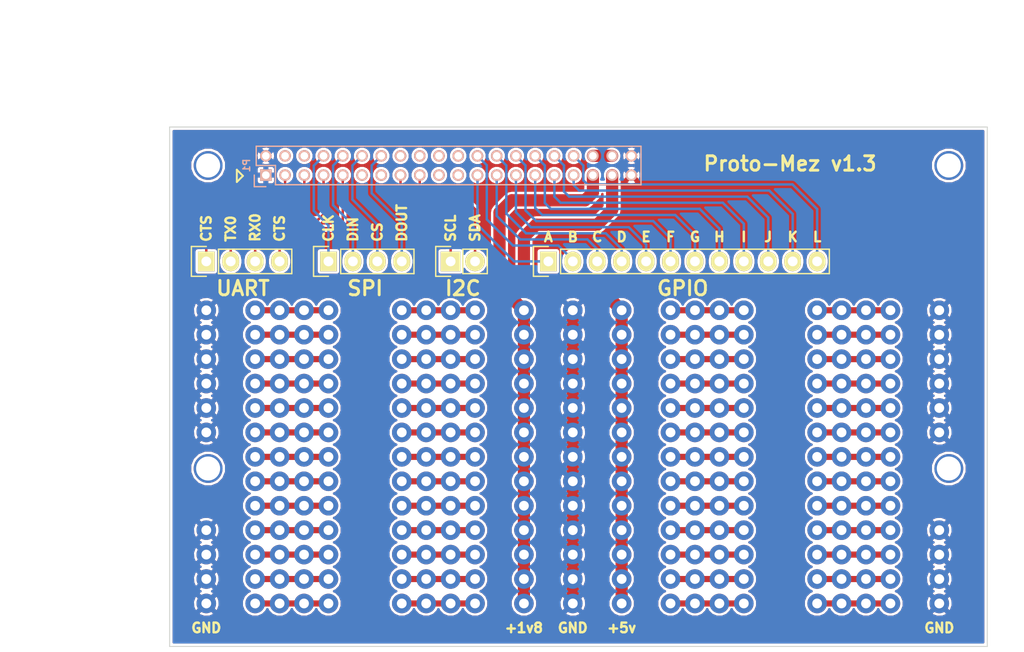
<source format=kicad_pcb>
(kicad_pcb (version 20170123) (host pcbnew "(2017-08-02 revision 9760937)-master")
  (title_block (title "PROTO MEZZANINE V1.3") (date 2015-08-08) (rev A) (company "Barry Byford") (comment 1 "Converted to KICAD by Michael Welling"))
  (layers (0 F.Cu signal) (31 B.Cu signal) (34 B.Paste user) (35 F.Paste user) (36 B.SilkS user) (37 F.SilkS user) (38 B.Mask user) (39 F.Mask user) (44 Edge.Cuts user))
  (net 0 "")
  (net 1 +1V8)
  (net 2 GND)
  (net 3 +5V)
  (net 4 I2C0_SCL)
  (net 5 I2C0_SDA)
  (net 6 I2C1_SCL)
  (net 7 I2C1_SDA)
  (net 8 PWR_BTN_N)
  (net 9 RST_BTN_N)
  (net 10 SYS_DCIN)
  (net 11 GPIO_B)
  (net 12 GPIO_A)
  (net 13 SPIO_SCL)
  (net 14 SPIO_DIN)
  (net 15 SPIO_CS)
  (net 16 SPIO_DOUT)
  (net 17 PCM_FS)
  (net 18 PCM_CLK)
  (net 19 PCM_DO)
  (net 20 PCM_DI)
  (net 21 GPIO_D)
  (net 22 GPIO_F)
  (net 23 GPIO_H)
  (net 24 GPIO_J)
  (net 25 GPIO_L)
  (net 26 UART1_TX)
  (net 27 UART1_RX)
  (net 28 GPIO_C)
  (net 29 GPIO_E)
  (net 30 GPIO_G)
  (net 31 GPIO_I)
  (net 32 GPIO_K)
  (net 33 UART0_CTS)
  (net 34 UART0_TX)
  (net 35 UART0_RX)
  (net 36 UART0_RTS)
  (module 96boards:PAD_1x1 (layer F.Cu) (at 180.01 149.53)
    (fp_text reference J1 hide)
    (fp_text value PAD_1x1 hide)
    (pad 1 thru_hole circle (at 0 0) (size 2.032 2.032) (drill 1.016) (layers *.Cu *.Mask) (net 2 GND))
  )
  (module 96boards:PAD_1x1 (layer F.Cu) (at 180.01 119.05)
    (fp_text reference J1 hide)
    (fp_text value PAD_1x1 hide)
    (pad 1 thru_hole circle (at 0 0) (size 2.032 2.032) (drill 1.016) (layers *.Cu *.Mask) (net 2 GND))
  )
  (module 96boards:PAD_1x1 (layer F.Cu) (at 180.01 121.59)
    (fp_text reference J1 hide)
    (fp_text value PAD_1x1 hide)
    (pad 1 thru_hole circle (at 0 0) (size 2.032 2.032) (drill 1.016) (layers *.Cu *.Mask) (net 2 GND))
  )
  (module 96boards:PAD_1x1 (layer F.Cu) (at 180.01 129.21)
    (fp_text reference J1 hide)
    (fp_text value PAD_1x1 hide)
    (pad 1 thru_hole circle (at 0 0) (size 2.032 2.032) (drill 1.016) (layers *.Cu *.Mask) (net 2 GND))
  )
  (module 96boards:PAD_1x1 (layer F.Cu) (at 180.01 126.67)
    (fp_text reference J1 hide)
    (fp_text value PAD_1x1 hide)
    (pad 1 thru_hole circle (at 0 0) (size 2.032 2.032) (drill 1.016) (layers *.Cu *.Mask) (net 2 GND))
  )
  (module 96boards:PAD_1x1 (layer F.Cu) (at 180.01 131.75)
    (fp_text reference J1 hide)
    (fp_text value PAD_1x1 hide)
    (pad 1 thru_hole circle (at 0 0) (size 2.032 2.032) (drill 1.016) (layers *.Cu *.Mask) (net 2 GND))
  )
  (module 96boards:PAD_1x1 (layer F.Cu) (at 180.01 124.13)
    (fp_text reference J1 hide)
    (fp_text value PAD_1x1 hide)
    (pad 1 thru_hole circle (at 0 0) (size 2.032 2.032) (drill 1.016) (layers *.Cu *.Mask) (net 2 GND))
  )
  (module 96boards:PAD_1x1 (layer F.Cu) (at 180.01 144.45)
    (fp_text reference J1 hide)
    (fp_text value PAD_1x1 hide)
    (pad 1 thru_hole circle (at 0 0) (size 2.032 2.032) (drill 1.016) (layers *.Cu *.Mask) (net 2 GND))
  )
  (module 96boards:PAD_1x1 (layer F.Cu) (at 180.01 141.91)
    (fp_text reference J1 hide)
    (fp_text value PAD_1x1 hide)
    (pad 1 thru_hole circle (at 0 0) (size 2.032 2.032) (drill 1.016) (layers *.Cu *.Mask) (net 2 GND))
  )
  (module 96boards:PAD_1x1 (layer F.Cu) (at 180.01 146.99)
    (fp_text reference J1 hide)
    (fp_text value PAD_1x1 hide)
    (pad 1 thru_hole circle (at 0 0) (size 2.032 2.032) (drill 1.016) (layers *.Cu *.Mask) (net 2 GND))
  )
  (module 96boards:PAD_1x1 (layer F.Cu) (at 136.83 149.53 270)
    (fp_text reference J1 hide)
    (fp_text value PAD_1x1 hide)
    (pad 1 thru_hole circle (at 0 0 270) (size 2.032 2.032) (drill 1.016) (layers *.Cu *.Mask) (net 1 +1V8))
  )
  (module 96boards:PAD_1x1 (layer F.Cu) (at 136.83 141.91 270)
    (fp_text reference J1 hide)
    (fp_text value PAD_1x1 hide)
    (pad 1 thru_hole circle (at 0 0 270) (size 2.032 2.032) (drill 1.016) (layers *.Cu *.Mask) (net 1 +1V8))
  )
  (module 96boards:PAD_1x1 (layer F.Cu) (at 136.83 139.37 270)
    (fp_text reference J1 hide)
    (fp_text value PAD_1x1 hide)
    (pad 1 thru_hole circle (at 0 0 270) (size 2.032 2.032) (drill 1.016) (layers *.Cu *.Mask) (net 1 +1V8))
  )
  (module 96boards:PAD_1x1 (layer F.Cu) (at 136.83 144.45 270)
    (fp_text reference J1 hide)
    (fp_text value PAD_1x1 hide)
    (pad 1 thru_hole circle (at 0 0 270) (size 2.032 2.032) (drill 1.016) (layers *.Cu *.Mask) (net 1 +1V8))
  )
  (module 96boards:PAD_1x1 (layer F.Cu) (at 136.83 146.99 270)
    (fp_text reference J1 hide)
    (fp_text value PAD_1x1 hide)
    (pad 1 thru_hole circle (at 0 0 270) (size 2.032 2.032) (drill 1.016) (layers *.Cu *.Mask) (net 1 +1V8))
  )
  (module 96boards:PAD_1x1 (layer F.Cu) (at 136.83 129.21 270)
    (fp_text reference J1 hide)
    (fp_text value PAD_1x1 hide)
    (pad 1 thru_hole circle (at 0 0 270) (size 2.032 2.032) (drill 1.016) (layers *.Cu *.Mask) (net 1 +1V8))
  )
  (module 96boards:PAD_1x1 (layer F.Cu) (at 136.83 131.75 270)
    (fp_text reference J1 hide)
    (fp_text value PAD_1x1 hide)
    (pad 1 thru_hole circle (at 0 0 270) (size 2.032 2.032) (drill 1.016) (layers *.Cu *.Mask) (net 1 +1V8))
  )
  (module 96boards:PAD_1x1 (layer F.Cu) (at 136.83 136.83 270)
    (fp_text reference J1 hide)
    (fp_text value PAD_1x1 hide)
    (pad 1 thru_hole circle (at 0 0 270) (size 2.032 2.032) (drill 1.016) (layers *.Cu *.Mask) (net 1 +1V8))
  )
  (module 96boards:PAD_1x1 (layer F.Cu) (at 136.83 134.29 270)
    (fp_text reference J1 hide)
    (fp_text value PAD_1x1 hide)
    (pad 1 thru_hole circle (at 0 0 270) (size 2.032 2.032) (drill 1.016) (layers *.Cu *.Mask) (net 1 +1V8))
  )
  (module 96boards:PAD_1x1 (layer F.Cu) (at 136.83 124.13 270)
    (fp_text reference J1 hide)
    (fp_text value PAD_1x1 hide)
    (pad 1 thru_hole circle (at 0 0 270) (size 2.032 2.032) (drill 1.016) (layers *.Cu *.Mask) (net 1 +1V8))
  )
  (module 96boards:PAD_1x1 (layer F.Cu) (at 136.83 126.67 270)
    (fp_text reference J1 hide)
    (fp_text value PAD_1x1 hide)
    (pad 1 thru_hole circle (at 0 0 270) (size 2.032 2.032) (drill 1.016) (layers *.Cu *.Mask) (net 1 +1V8))
  )
  (module 96boards:PAD_1x1 (layer F.Cu) (at 136.83 121.59 270)
    (fp_text reference J1 hide)
    (fp_text value PAD_1x1 hide)
    (pad 1 thru_hole circle (at 0 0 270) (size 2.032 2.032) (drill 1.016) (layers *.Cu *.Mask) (net 1 +1V8))
  )
  (module 96boards:PAD_1x1 (layer F.Cu) (at 146.99 149.53 270)
    (fp_text reference J1 hide)
    (fp_text value PAD_1x1 hide)
    (pad 1 thru_hole circle (at 0 0 270) (size 2.032 2.032) (drill 1.016) (layers *.Cu *.Mask) (net 3 +5V))
  )
  (module 96boards:PAD_1x1 (layer F.Cu) (at 146.99 139.37 270)
    (fp_text reference J1 hide)
    (fp_text value PAD_1x1 hide)
    (pad 1 thru_hole circle (at 0 0 270) (size 2.032 2.032) (drill 1.016) (layers *.Cu *.Mask) (net 3 +5V))
  )
  (module 96boards:PAD_1x1 (layer F.Cu) (at 146.99 144.45 270)
    (fp_text reference J1 hide)
    (fp_text value PAD_1x1 hide)
    (pad 1 thru_hole circle (at 0 0 270) (size 2.032 2.032) (drill 1.016) (layers *.Cu *.Mask) (net 3 +5V))
  )
  (module 96boards:PAD_1x1 (layer F.Cu) (at 146.99 141.91 270)
    (fp_text reference J1 hide)
    (fp_text value PAD_1x1 hide)
    (pad 1 thru_hole circle (at 0 0 270) (size 2.032 2.032) (drill 1.016) (layers *.Cu *.Mask) (net 3 +5V))
  )
  (module 96boards:PAD_1x1 (layer F.Cu) (at 146.99 146.99 270)
    (fp_text reference J1 hide)
    (fp_text value PAD_1x1 hide)
    (pad 1 thru_hole circle (at 0 0 270) (size 2.032 2.032) (drill 1.016) (layers *.Cu *.Mask) (net 3 +5V))
  )
  (module 96boards:PAD_1x1 (layer F.Cu) (at 146.99 136.83 270)
    (fp_text reference J1 hide)
    (fp_text value PAD_1x1 hide)
    (pad 1 thru_hole circle (at 0 0 270) (size 2.032 2.032) (drill 1.016) (layers *.Cu *.Mask) (net 3 +5V))
  )
  (module 96boards:PAD_1x1 (layer F.Cu) (at 146.99 134.29 270)
    (fp_text reference J1 hide)
    (fp_text value PAD_1x1 hide)
    (pad 1 thru_hole circle (at 0 0 270) (size 2.032 2.032) (drill 1.016) (layers *.Cu *.Mask) (net 3 +5V))
  )
  (module 96boards:PAD_1x1 (layer F.Cu) (at 146.99 131.75 270)
    (fp_text reference J1 hide)
    (fp_text value PAD_1x1 hide)
    (pad 1 thru_hole circle (at 0 0 270) (size 2.032 2.032) (drill 1.016) (layers *.Cu *.Mask) (net 3 +5V))
  )
  (module 96boards:PAD_1x1 (layer F.Cu) (at 146.99 129.21 270)
    (fp_text reference J1 hide)
    (fp_text value PAD_1x1 hide)
    (pad 1 thru_hole circle (at 0 0 270) (size 2.032 2.032) (drill 1.016) (layers *.Cu *.Mask) (net 3 +5V))
  )
  (module 96boards:PAD_1x1 (layer F.Cu) (at 146.99 126.67 270)
    (fp_text reference J1 hide)
    (fp_text value PAD_1x1 hide)
    (pad 1 thru_hole circle (at 0 0 270) (size 2.032 2.032) (drill 1.016) (layers *.Cu *.Mask) (net 3 +5V))
  )
  (module 96boards:PAD_1x1 (layer F.Cu) (at 146.99 124.13 270)
    (fp_text reference J1 hide)
    (fp_text value PAD_1x1 hide)
    (pad 1 thru_hole circle (at 0 0 270) (size 2.032 2.032) (drill 1.016) (layers *.Cu *.Mask) (net 3 +5V))
  )
  (module 96boards:PAD_1x1 (layer F.Cu) (at 146.99 121.59 270)
    (fp_text reference J1 hide)
    (fp_text value PAD_1x1 hide)
    (pad 1 thru_hole circle (at 0 0 270) (size 2.032 2.032) (drill 1.016) (layers *.Cu *.Mask) (net 3 +5V))
  )
  (module 96boards:PAD_1x1 (layer F.Cu) (at 146.99 119.05 270)
    (fp_text reference J1 hide)
    (fp_text value PAD_1x1 hide)
    (pad 1 thru_hole circle (at 0 0 270) (size 2.032 2.032) (drill 1.016) (layers *.Cu *.Mask) (net 3 +5V))
  )
  (module 96boards:PAD_1x1 (layer F.Cu) (at 141.91 149.53)
    (fp_text reference J1 hide)
    (fp_text value PAD_1x1 hide)
    (pad 1 thru_hole circle (at 0 0) (size 2.032 2.032) (drill 1.016) (layers *.Cu *.Mask) (net 2 GND))
  )
  (module 96boards:PAD_1x1 (layer F.Cu) (at 141.91 144.45)
    (fp_text reference J1 hide)
    (fp_text value PAD_1x1 hide)
    (pad 1 thru_hole circle (at 0 0) (size 2.032 2.032) (drill 1.016) (layers *.Cu *.Mask) (net 2 GND))
  )
  (module 96boards:PAD_1x1 (layer F.Cu) (at 141.91 146.99)
    (fp_text reference J1 hide)
    (fp_text value PAD_1x1 hide)
    (pad 1 thru_hole circle (at 0 0) (size 2.032 2.032) (drill 1.016) (layers *.Cu *.Mask) (net 2 GND))
  )
  (module 96boards:PAD_1x1 (layer F.Cu) (at 141.91 141.91)
    (fp_text reference J1 hide)
    (fp_text value PAD_1x1 hide)
    (pad 1 thru_hole circle (at 0 0) (size 2.032 2.032) (drill 1.016) (layers *.Cu *.Mask) (net 2 GND))
  )
  (module 96boards:PAD_1x1 (layer F.Cu) (at 141.91 139.37)
    (fp_text reference J1 hide)
    (fp_text value PAD_1x1 hide)
    (pad 1 thru_hole circle (at 0 0) (size 2.032 2.032) (drill 1.016) (layers *.Cu *.Mask) (net 2 GND))
  )
  (module 96boards:PAD_1x1 (layer F.Cu) (at 141.91 131.75)
    (fp_text reference J1 hide)
    (fp_text value PAD_1x1 hide)
    (pad 1 thru_hole circle (at 0 0) (size 2.032 2.032) (drill 1.016) (layers *.Cu *.Mask) (net 2 GND))
  )
  (module 96boards:PAD_1x1 (layer F.Cu) (at 141.91 129.21)
    (fp_text reference J1 hide)
    (fp_text value PAD_1x1 hide)
    (pad 1 thru_hole circle (at 0 0) (size 2.032 2.032) (drill 1.016) (layers *.Cu *.Mask) (net 2 GND))
  )
  (module 96boards:PAD_1x1 (layer F.Cu) (at 141.91 136.83)
    (fp_text reference J1 hide)
    (fp_text value PAD_1x1 hide)
    (pad 1 thru_hole circle (at 0 0) (size 2.032 2.032) (drill 1.016) (layers *.Cu *.Mask) (net 2 GND))
  )
  (module 96boards:PAD_1x1 (layer F.Cu) (at 141.91 134.29)
    (fp_text reference J1 hide)
    (fp_text value PAD_1x1 hide)
    (pad 1 thru_hole circle (at 0 0) (size 2.032 2.032) (drill 1.016) (layers *.Cu *.Mask) (net 2 GND))
  )
  (module 96boards:PAD_1x1 (layer F.Cu) (at 141.91 126.67)
    (fp_text reference J1 hide)
    (fp_text value PAD_1x1 hide)
    (pad 1 thru_hole circle (at 0 0) (size 2.032 2.032) (drill 1.016) (layers *.Cu *.Mask) (net 2 GND))
  )
  (module 96boards:PAD_1x1 (layer F.Cu) (at 141.91 124.13)
    (fp_text reference J1 hide)
    (fp_text value PAD_1x1 hide)
    (pad 1 thru_hole circle (at 0 0) (size 2.032 2.032) (drill 1.016) (layers *.Cu *.Mask) (net 2 GND))
  )
  (module 96boards:PAD_1x1 (layer F.Cu) (at 141.91 121.59)
    (fp_text reference J1 hide)
    (fp_text value PAD_1x1 hide)
    (pad 1 thru_hole circle (at 0 0) (size 2.032 2.032) (drill 1.016) (layers *.Cu *.Mask) (net 2 GND))
  )
  (module 96boards:PAD_1x1 (layer F.Cu) (at 141.91 119.05)
    (fp_text reference J1 hide)
    (fp_text value PAD_1x1 hide)
    (pad 1 thru_hole circle (at 0 0) (size 2.032 2.032) (drill 1.016) (layers *.Cu *.Mask) (net 2 GND))
  )
  (module 96boards:PAD_1x1 (layer F.Cu) (at 103.81 146.99)
    (fp_text reference J1 hide)
    (fp_text value PAD_1x1 hide)
    (pad 1 thru_hole circle (at 0 0) (size 2.032 2.032) (drill 1.016) (layers *.Cu *.Mask) (net 2 GND))
  )
  (module 96boards:PAD_1x1 (layer F.Cu) (at 103.81 144.45)
    (fp_text reference J1 hide)
    (fp_text value PAD_1x1 hide)
    (pad 1 thru_hole circle (at 0 0) (size 2.032 2.032) (drill 1.016) (layers *.Cu *.Mask) (net 2 GND))
  )
  (module 96boards:PAD_1x1 (layer F.Cu) (at 103.81 149.53)
    (fp_text reference J1 hide)
    (fp_text value PAD_1x1 hide)
    (pad 1 thru_hole circle (at 0 0) (size 2.032 2.032) (drill 1.016) (layers *.Cu *.Mask) (net 2 GND))
  )
  (module 96boards:PAD_1x1 (layer F.Cu) (at 103.81 141.91)
    (fp_text reference J1 hide)
    (fp_text value PAD_1x1 hide)
    (pad 1 thru_hole circle (at 0 0) (size 2.032 2.032) (drill 1.016) (layers *.Cu *.Mask) (net 2 GND))
  )
  (module 96boards:PAD_1x1 (layer F.Cu) (at 103.81 131.75)
    (fp_text reference J1 hide)
    (fp_text value PAD_1x1 hide)
    (pad 1 thru_hole circle (at 0 0) (size 2.032 2.032) (drill 1.016) (layers *.Cu *.Mask) (net 2 GND))
  )
  (module 96boards:PAD_1x1 (layer F.Cu) (at 103.81 129.21)
    (fp_text reference J1 hide)
    (fp_text value PAD_1x1 hide)
    (pad 1 thru_hole circle (at 0 0) (size 2.032 2.032) (drill 1.016) (layers *.Cu *.Mask) (net 2 GND))
  )
  (module 96boards:PAD_1x1 (layer F.Cu) (at 103.81 126.67)
    (fp_text reference J1 hide)
    (fp_text value PAD_1x1 hide)
    (pad 1 thru_hole circle (at 0 0) (size 2.032 2.032) (drill 1.016) (layers *.Cu *.Mask) (net 2 GND))
  )
  (module 96boards:PAD_1x1 (layer F.Cu) (at 103.81 121.59)
    (fp_text reference J1 hide)
    (fp_text value PAD_1x1 hide)
    (pad 1 thru_hole circle (at 0 0) (size 2.032 2.032) (drill 1.016) (layers *.Cu *.Mask) (net 2 GND))
  )
  (module 96boards:PAD_1x1 (layer F.Cu) (at 103.81 119.05)
    (fp_text reference J1 hide)
    (fp_text value PAD_1x1 hide)
    (pad 1 thru_hole circle (at 0 0) (size 2.032 2.032) (drill 1.016) (layers *.Cu *.Mask) (net 2 GND))
  )
  (module 96boards:PAD_1x1 (layer F.Cu) (at 159.69 144.45 270)
    (fp_text reference J1 hide)
    (fp_text value PAD_1x1 hide)
    (pad 1 thru_hole circle (at 0 0 270) (size 2.032 2.032) (drill 1.016) (layers *.Cu *.Mask))
  )
  (module 96boards:PAD_1x1 (layer F.Cu) (at 169.85 139.37 270)
    (fp_text reference J1 hide)
    (fp_text value PAD_1x1 hide)
    (pad 1 thru_hole circle (at 0 0 270) (size 2.032 2.032) (drill 1.016) (layers *.Cu *.Mask))
  )
  (module 96boards:PAD_1x1 (layer F.Cu) (at 174.93 134.29 270)
    (fp_text reference J1 hide)
    (fp_text value PAD_1x1 hide)
    (pad 1 thru_hole circle (at 0 0 270) (size 2.032 2.032) (drill 1.016) (layers *.Cu *.Mask))
  )
  (module 96boards:PAD_1x1 (layer F.Cu) (at 169.85 124.13 270)
    (fp_text reference J1 hide)
    (fp_text value PAD_1x1 hide)
    (pad 1 thru_hole circle (at 0 0 270) (size 2.032 2.032) (drill 1.016) (layers *.Cu *.Mask))
  )
  (module 96boards:PAD_1x1 (layer F.Cu) (at 169.85 141.91 270)
    (fp_text reference J1 hide)
    (fp_text value PAD_1x1 hide)
    (pad 1 thru_hole circle (at 0 0 270) (size 2.032 2.032) (drill 1.016) (layers *.Cu *.Mask))
  )
  (module 96boards:PAD_1x1 (layer F.Cu) (at 172.39 131.75 270)
    (fp_text reference J1 hide)
    (fp_text value PAD_1x1 hide)
    (pad 1 thru_hole circle (at 0 0 270) (size 2.032 2.032) (drill 1.016) (layers *.Cu *.Mask))
  )
  (module 96boards:PAD_1x1 (layer F.Cu) (at 174.93 131.75 270)
    (fp_text reference J1 hide)
    (fp_text value PAD_1x1 hide)
    (pad 1 thru_hole circle (at 0 0 270) (size 2.032 2.032) (drill 1.016) (layers *.Cu *.Mask))
  )
  (module 96boards:PAD_1x1 (layer F.Cu) (at 157.15 119.05 270)
    (fp_text reference J1 hide)
    (fp_text value PAD_1x1 hide)
    (pad 1 thru_hole circle (at 0 0 270) (size 2.032 2.032) (drill 1.016) (layers *.Cu *.Mask))
  )
  (module 96boards:PAD_1x1 (layer F.Cu) (at 174.93 141.91 270)
    (fp_text reference J1 hide)
    (fp_text value PAD_1x1 hide)
    (pad 1 thru_hole circle (at 0 0 270) (size 2.032 2.032) (drill 1.016) (layers *.Cu *.Mask))
  )
  (module 96boards:PAD_1x1 (layer F.Cu) (at 167.31 146.99 270)
    (fp_text reference J1 hide)
    (fp_text value PAD_1x1 hide)
    (pad 1 thru_hole circle (at 0 0 270) (size 2.032 2.032) (drill 1.016) (layers *.Cu *.Mask))
  )
  (module 96boards:PAD_1x1 (layer F.Cu) (at 154.61 136.83 270)
    (fp_text reference J1 hide)
    (fp_text value PAD_1x1 hide)
    (pad 1 thru_hole circle (at 0 0 270) (size 2.032 2.032) (drill 1.016) (layers *.Cu *.Mask))
  )
  (module 96boards:PAD_1x1 (layer F.Cu) (at 159.69 121.59 270)
    (fp_text reference J1 hide)
    (fp_text value PAD_1x1 hide)
    (pad 1 thru_hole circle (at 0 0 270) (size 2.032 2.032) (drill 1.016) (layers *.Cu *.Mask))
  )
  (module 96boards:PAD_1x1 (layer F.Cu) (at 172.39 126.67 270)
    (fp_text reference J1 hide)
    (fp_text value PAD_1x1 hide)
    (pad 1 thru_hole circle (at 0 0 270) (size 2.032 2.032) (drill 1.016) (layers *.Cu *.Mask))
  )
  (module 96boards:PAD_1x1 (layer F.Cu) (at 157.15 141.91 270)
    (fp_text reference J1 hide)
    (fp_text value PAD_1x1 hide)
    (pad 1 thru_hole circle (at 0 0 270) (size 2.032 2.032) (drill 1.016) (layers *.Cu *.Mask))
  )
  (module 96boards:PAD_1x1 (layer F.Cu) (at 159.69 126.67 270)
    (fp_text reference J1 hide)
    (fp_text value PAD_1x1 hide)
    (pad 1 thru_hole circle (at 0 0 270) (size 2.032 2.032) (drill 1.016) (layers *.Cu *.Mask))
  )
  (module 96boards:PAD_1x1 (layer F.Cu) (at 172.39 149.53 270)
    (fp_text reference J1 hide)
    (fp_text value PAD_1x1 hide)
    (pad 1 thru_hole circle (at 0 0 270) (size 2.032 2.032) (drill 1.016) (layers *.Cu *.Mask))
  )
  (module 96boards:PAD_1x1 (layer F.Cu) (at 154.61 124.13 270)
    (fp_text reference J1 hide)
    (fp_text value PAD_1x1 hide)
    (pad 1 thru_hole circle (at 0 0 270) (size 2.032 2.032) (drill 1.016) (layers *.Cu *.Mask))
  )
  (module 96boards:PAD_1x1 (layer F.Cu) (at 157.15 129.21 270)
    (fp_text reference J1 hide)
    (fp_text value PAD_1x1 hide)
    (pad 1 thru_hole circle (at 0 0 270) (size 2.032 2.032) (drill 1.016) (layers *.Cu *.Mask))
  )
  (module 96boards:PAD_1x1 (layer F.Cu) (at 159.69 149.53 270)
    (fp_text reference J1 hide)
    (fp_text value PAD_1x1 hide)
    (pad 1 thru_hole circle (at 0 0 270) (size 2.032 2.032) (drill 1.016) (layers *.Cu *.Mask))
  )
  (module 96boards:PAD_1x1 (layer F.Cu) (at 159.69 146.99 270)
    (fp_text reference J1 hide)
    (fp_text value PAD_1x1 hide)
    (pad 1 thru_hole circle (at 0 0 270) (size 2.032 2.032) (drill 1.016) (layers *.Cu *.Mask))
  )
  (module 96boards:PAD_1x1 (layer F.Cu) (at 159.69 129.21 270)
    (fp_text reference J1 hide)
    (fp_text value PAD_1x1 hide)
    (pad 1 thru_hole circle (at 0 0 270) (size 2.032 2.032) (drill 1.016) (layers *.Cu *.Mask))
  )
  (module 96boards:PAD_1x1 (layer F.Cu) (at 157.15 146.99 270)
    (fp_text reference J1 hide)
    (fp_text value PAD_1x1 hide)
    (pad 1 thru_hole circle (at 0 0 270) (size 2.032 2.032) (drill 1.016) (layers *.Cu *.Mask))
  )
  (module 96boards:PAD_1x1 (layer F.Cu) (at 159.69 141.91 270)
    (fp_text reference J1 hide)
    (fp_text value PAD_1x1 hide)
    (pad 1 thru_hole circle (at 0 0 270) (size 2.032 2.032) (drill 1.016) (layers *.Cu *.Mask))
  )
  (module 96boards:PAD_1x1 (layer F.Cu) (at 152.07 129.21 270)
    (fp_text reference J1 hide)
    (fp_text value PAD_1x1 hide)
    (pad 1 thru_hole circle (at 0 0 270) (size 2.032 2.032) (drill 1.016) (layers *.Cu *.Mask))
  )
  (module 96boards:PAD_1x1 (layer F.Cu) (at 157.15 144.45 270)
    (fp_text reference J1 hide)
    (fp_text value PAD_1x1 hide)
    (pad 1 thru_hole circle (at 0 0 270) (size 2.032 2.032) (drill 1.016) (layers *.Cu *.Mask))
  )
  (module 96boards:PAD_1x1 (layer F.Cu) (at 152.07 144.45 270)
    (fp_text reference J1 hide)
    (fp_text value PAD_1x1 hide)
    (pad 1 thru_hole circle (at 0 0 270) (size 2.032 2.032) (drill 1.016) (layers *.Cu *.Mask))
  )
  (module 96boards:PAD_1x1 (layer F.Cu) (at 154.61 119.05 270)
    (fp_text reference J1 hide)
    (fp_text value PAD_1x1 hide)
    (pad 1 thru_hole circle (at 0 0 270) (size 2.032 2.032) (drill 1.016) (layers *.Cu *.Mask))
  )
  (module 96boards:PAD_1x1 (layer F.Cu) (at 167.31 134.29 270)
    (fp_text reference J1 hide)
    (fp_text value PAD_1x1 hide)
    (pad 1 thru_hole circle (at 0 0 270) (size 2.032 2.032) (drill 1.016) (layers *.Cu *.Mask))
  )
  (module 96boards:PAD_1x1 (layer F.Cu) (at 174.93 129.21 270)
    (fp_text reference J1 hide)
    (fp_text value PAD_1x1 hide)
    (pad 1 thru_hole circle (at 0 0 270) (size 2.032 2.032) (drill 1.016) (layers *.Cu *.Mask))
  )
  (module 96boards:PAD_1x1 (layer F.Cu) (at 167.31 141.91 270)
    (fp_text reference J1 hide)
    (fp_text value PAD_1x1 hide)
    (pad 1 thru_hole circle (at 0 0 270) (size 2.032 2.032) (drill 1.016) (layers *.Cu *.Mask))
  )
  (module 96boards:PAD_1x1 (layer F.Cu) (at 174.93 119.05 270)
    (fp_text reference J1 hide)
    (fp_text value PAD_1x1 hide)
    (pad 1 thru_hole circle (at 0 0 270) (size 2.032 2.032) (drill 1.016) (layers *.Cu *.Mask))
  )
  (module 96boards:PAD_1x1 (layer F.Cu) (at 152.07 141.91 270)
    (fp_text reference J1 hide)
    (fp_text value PAD_1x1 hide)
    (pad 1 thru_hole circle (at 0 0 270) (size 2.032 2.032) (drill 1.016) (layers *.Cu *.Mask))
  )
  (module 96boards:PAD_1x1 (layer F.Cu) (at 154.61 131.75 270)
    (fp_text reference J1 hide)
    (fp_text value PAD_1x1 hide)
    (pad 1 thru_hole circle (at 0 0 270) (size 2.032 2.032) (drill 1.016) (layers *.Cu *.Mask))
  )
  (module 96boards:PAD_1x1 (layer F.Cu) (at 174.93 126.67 270)
    (fp_text reference J1 hide)
    (fp_text value PAD_1x1 hide)
    (pad 1 thru_hole circle (at 0 0 270) (size 2.032 2.032) (drill 1.016) (layers *.Cu *.Mask))
  )
  (module 96boards:PAD_1x1 (layer F.Cu) (at 157.15 121.59 270)
    (fp_text reference J1 hide)
    (fp_text value PAD_1x1 hide)
    (pad 1 thru_hole circle (at 0 0 270) (size 2.032 2.032) (drill 1.016) (layers *.Cu *.Mask))
  )
  (module 96boards:PAD_1x1 (layer F.Cu) (at 157.15 124.13 270)
    (fp_text reference J1 hide)
    (fp_text value PAD_1x1 hide)
    (pad 1 thru_hole circle (at 0 0 270) (size 2.032 2.032) (drill 1.016) (layers *.Cu *.Mask))
  )
  (module 96boards:PAD_1x1 (layer F.Cu) (at 167.31 129.21 270)
    (fp_text reference J1 hide)
    (fp_text value PAD_1x1 hide)
    (pad 1 thru_hole circle (at 0 0 270) (size 2.032 2.032) (drill 1.016) (layers *.Cu *.Mask))
  )
  (module 96boards:PAD_1x1 (layer F.Cu) (at 172.39 121.59 270)
    (fp_text reference J1 hide)
    (fp_text value PAD_1x1 hide)
    (pad 1 thru_hole circle (at 0 0 270) (size 2.032 2.032) (drill 1.016) (layers *.Cu *.Mask))
  )
  (module 96boards:PAD_1x1 (layer F.Cu) (at 169.85 129.21 270)
    (fp_text reference J1 hide)
    (fp_text value PAD_1x1 hide)
    (pad 1 thru_hole circle (at 0 0 270) (size 2.032 2.032) (drill 1.016) (layers *.Cu *.Mask))
  )
  (module 96boards:PAD_1x1 (layer F.Cu) (at 169.85 126.67 270)
    (fp_text reference J1 hide)
    (fp_text value PAD_1x1 hide)
    (pad 1 thru_hole circle (at 0 0 270) (size 2.032 2.032) (drill 1.016) (layers *.Cu *.Mask))
  )
  (module 96boards:PAD_1x1 (layer F.Cu) (at 174.93 139.37 270)
    (fp_text reference J1 hide)
    (fp_text value PAD_1x1 hide)
    (pad 1 thru_hole circle (at 0 0 270) (size 2.032 2.032) (drill 1.016) (layers *.Cu *.Mask))
  )
  (module 96boards:PAD_1x1 (layer F.Cu) (at 167.31 124.13 270)
    (fp_text reference J1 hide)
    (fp_text value PAD_1x1 hide)
    (pad 1 thru_hole circle (at 0 0 270) (size 2.032 2.032) (drill 1.016) (layers *.Cu *.Mask))
  )
  (module 96boards:PAD_1x1 (layer F.Cu) (at 169.85 131.75 270)
    (fp_text reference J1 hide)
    (fp_text value PAD_1x1 hide)
    (pad 1 thru_hole circle (at 0 0 270) (size 2.032 2.032) (drill 1.016) (layers *.Cu *.Mask))
  )
  (module 96boards:PAD_1x1 (layer F.Cu) (at 152.07 119.05 270)
    (fp_text reference J1 hide)
    (fp_text value PAD_1x1 hide)
    (pad 1 thru_hole circle (at 0 0 270) (size 2.032 2.032) (drill 1.016) (layers *.Cu *.Mask))
  )
  (module 96boards:PAD_1x1 (layer F.Cu) (at 152.07 124.13 270)
    (fp_text reference J1 hide)
    (fp_text value PAD_1x1 hide)
    (pad 1 thru_hole circle (at 0 0 270) (size 2.032 2.032) (drill 1.016) (layers *.Cu *.Mask))
  )
  (module 96boards:PAD_1x1 (layer F.Cu) (at 167.31 121.59 270)
    (fp_text reference J1 hide)
    (fp_text value PAD_1x1 hide)
    (pad 1 thru_hole circle (at 0 0 270) (size 2.032 2.032) (drill 1.016) (layers *.Cu *.Mask))
  )
  (module 96boards:PAD_1x1 (layer F.Cu) (at 152.07 149.53 270)
    (fp_text reference J1 hide)
    (fp_text value PAD_1x1 hide)
    (pad 1 thru_hole circle (at 0 0 270) (size 2.032 2.032) (drill 1.016) (layers *.Cu *.Mask))
  )
  (module 96boards:PAD_1x1 (layer F.Cu) (at 159.69 139.37 270)
    (fp_text reference J1 hide)
    (fp_text value PAD_1x1 hide)
    (pad 1 thru_hole circle (at 0 0 270) (size 2.032 2.032) (drill 1.016) (layers *.Cu *.Mask))
  )
  (module 96boards:PAD_1x1 (layer F.Cu) (at 169.85 146.99 270)
    (fp_text reference J1 hide)
    (fp_text value PAD_1x1 hide)
    (pad 1 thru_hole circle (at 0 0 270) (size 2.032 2.032) (drill 1.016) (layers *.Cu *.Mask))
  )
  (module 96boards:PAD_1x1 (layer F.Cu) (at 174.93 146.99 270)
    (fp_text reference J1 hide)
    (fp_text value PAD_1x1 hide)
    (pad 1 thru_hole circle (at 0 0 270) (size 2.032 2.032) (drill 1.016) (layers *.Cu *.Mask))
  )
  (module 96boards:PAD_1x1 (layer F.Cu) (at 174.93 144.45 270)
    (fp_text reference J1 hide)
    (fp_text value PAD_1x1 hide)
    (pad 1 thru_hole circle (at 0 0 270) (size 2.032 2.032) (drill 1.016) (layers *.Cu *.Mask))
  )
  (module 96boards:PAD_1x1 (layer F.Cu) (at 174.93 136.83 270)
    (fp_text reference J1 hide)
    (fp_text value PAD_1x1 hide)
    (pad 1 thru_hole circle (at 0 0 270) (size 2.032 2.032) (drill 1.016) (layers *.Cu *.Mask))
  )
  (module 96boards:PAD_1x1 (layer F.Cu) (at 172.39 124.13 270)
    (fp_text reference J1 hide)
    (fp_text value PAD_1x1 hide)
    (pad 1 thru_hole circle (at 0 0 270) (size 2.032 2.032) (drill 1.016) (layers *.Cu *.Mask))
  )
  (module 96boards:PAD_1x1 (layer F.Cu) (at 152.07 126.67 270)
    (fp_text reference J1 hide)
    (fp_text value PAD_1x1 hide)
    (pad 1 thru_hole circle (at 0 0 270) (size 2.032 2.032) (drill 1.016) (layers *.Cu *.Mask))
  )
  (module 96boards:PAD_1x1 (layer F.Cu) (at 169.85 136.83 270)
    (fp_text reference J1 hide)
    (fp_text value PAD_1x1 hide)
    (pad 1 thru_hole circle (at 0 0 270) (size 2.032 2.032) (drill 1.016) (layers *.Cu *.Mask))
  )
  (module 96boards:PAD_1x1 (layer F.Cu) (at 172.39 119.05 270)
    (fp_text reference J1 hide)
    (fp_text value PAD_1x1 hide)
    (pad 1 thru_hole circle (at 0 0 270) (size 2.032 2.032) (drill 1.016) (layers *.Cu *.Mask))
  )
  (module 96boards:PAD_1x1 (layer F.Cu) (at 152.07 139.37 270)
    (fp_text reference J1 hide)
    (fp_text value PAD_1x1 hide)
    (pad 1 thru_hole circle (at 0 0 270) (size 2.032 2.032) (drill 1.016) (layers *.Cu *.Mask))
  )
  (module 96boards:PAD_1x1 (layer F.Cu) (at 152.07 121.59 270)
    (fp_text reference J1 hide)
    (fp_text value PAD_1x1 hide)
    (pad 1 thru_hole circle (at 0 0 270) (size 2.032 2.032) (drill 1.016) (layers *.Cu *.Mask))
  )
  (module 96boards:PAD_1x1 (layer F.Cu) (at 157.15 149.53 270)
    (fp_text reference J1 hide)
    (fp_text value PAD_1x1 hide)
    (pad 1 thru_hole circle (at 0 0 270) (size 2.032 2.032) (drill 1.016) (layers *.Cu *.Mask))
  )
  (module 96boards:PAD_1x1 (layer F.Cu) (at 152.07 146.99 270)
    (fp_text reference J1 hide)
    (fp_text value PAD_1x1 hide)
    (pad 1 thru_hole circle (at 0 0 270) (size 2.032 2.032) (drill 1.016) (layers *.Cu *.Mask))
  )
  (module 96boards:PAD_1x1 (layer F.Cu) (at 152.07 134.29 270)
    (fp_text reference J1 hide)
    (fp_text value PAD_1x1 hide)
    (pad 1 thru_hole circle (at 0 0 270) (size 2.032 2.032) (drill 1.016) (layers *.Cu *.Mask))
  )
  (module 96boards:PAD_1x1 (layer F.Cu) (at 152.07 136.83 270)
    (fp_text reference J1 hide)
    (fp_text value PAD_1x1 hide)
    (pad 1 thru_hole circle (at 0 0 270) (size 2.032 2.032) (drill 1.016) (layers *.Cu *.Mask))
  )
  (module 96boards:PAD_1x1 (layer F.Cu) (at 167.31 136.83 270)
    (fp_text reference J1 hide)
    (fp_text value PAD_1x1 hide)
    (pad 1 thru_hole circle (at 0 0 270) (size 2.032 2.032) (drill 1.016) (layers *.Cu *.Mask))
  )
  (module 96boards:PAD_1x1 (layer F.Cu) (at 167.31 131.75 270)
    (fp_text reference J1 hide)
    (fp_text value PAD_1x1 hide)
    (pad 1 thru_hole circle (at 0 0 270) (size 2.032 2.032) (drill 1.016) (layers *.Cu *.Mask))
  )
  (module 96boards:PAD_1x1 (layer F.Cu) (at 167.31 119.05 270)
    (fp_text reference J1 hide)
    (fp_text value PAD_1x1 hide)
    (pad 1 thru_hole circle (at 0 0 270) (size 2.032 2.032) (drill 1.016) (layers *.Cu *.Mask))
  )
  (module 96boards:PAD_1x1 (layer F.Cu) (at 154.61 144.45 270)
    (fp_text reference J1 hide)
    (fp_text value PAD_1x1 hide)
    (pad 1 thru_hole circle (at 0 0 270) (size 2.032 2.032) (drill 1.016) (layers *.Cu *.Mask))
  )
  (module 96boards:PAD_1x1 (layer F.Cu) (at 174.93 124.13 270)
    (fp_text reference J1 hide)
    (fp_text value PAD_1x1 hide)
    (pad 1 thru_hole circle (at 0 0 270) (size 2.032 2.032) (drill 1.016) (layers *.Cu *.Mask))
  )
  (module 96boards:PAD_1x1 (layer F.Cu) (at 172.39 129.21 270)
    (fp_text reference J1 hide)
    (fp_text value PAD_1x1 hide)
    (pad 1 thru_hole circle (at 0 0 270) (size 2.032 2.032) (drill 1.016) (layers *.Cu *.Mask))
  )
  (module 96boards:PAD_1x1 (layer F.Cu) (at 157.15 139.37 270)
    (fp_text reference J1 hide)
    (fp_text value PAD_1x1 hide)
    (pad 1 thru_hole circle (at 0 0 270) (size 2.032 2.032) (drill 1.016) (layers *.Cu *.Mask))
  )
  (module 96boards:PAD_1x1 (layer F.Cu) (at 167.31 149.53 270)
    (fp_text reference J1 hide)
    (fp_text value PAD_1x1 hide)
    (pad 1 thru_hole circle (at 0 0 270) (size 2.032 2.032) (drill 1.016) (layers *.Cu *.Mask))
  )
  (module 96boards:PAD_1x1 (layer F.Cu) (at 159.69 131.75 270)
    (fp_text reference J1 hide)
    (fp_text value PAD_1x1 hide)
    (pad 1 thru_hole circle (at 0 0 270) (size 2.032 2.032) (drill 1.016) (layers *.Cu *.Mask))
  )
  (module 96boards:PAD_1x1 (layer F.Cu) (at 154.61 146.99 270)
    (fp_text reference J1 hide)
    (fp_text value PAD_1x1 hide)
    (pad 1 thru_hole circle (at 0 0 270) (size 2.032 2.032) (drill 1.016) (layers *.Cu *.Mask))
  )
  (module 96boards:PAD_1x1 (layer F.Cu) (at 167.31 144.45 270)
    (fp_text reference J1 hide)
    (fp_text value PAD_1x1 hide)
    (pad 1 thru_hole circle (at 0 0 270) (size 2.032 2.032) (drill 1.016) (layers *.Cu *.Mask))
  )
  (module 96boards:PAD_1x1 (layer F.Cu) (at 169.85 134.29 270)
    (fp_text reference J1 hide)
    (fp_text value PAD_1x1 hide)
    (pad 1 thru_hole circle (at 0 0 270) (size 2.032 2.032) (drill 1.016) (layers *.Cu *.Mask))
  )
  (module 96boards:PAD_1x1 (layer F.Cu) (at 172.39 141.91 270)
    (fp_text reference J1 hide)
    (fp_text value PAD_1x1 hide)
    (pad 1 thru_hole circle (at 0 0 270) (size 2.032 2.032) (drill 1.016) (layers *.Cu *.Mask))
  )
  (module 96boards:PAD_1x1 (layer F.Cu) (at 172.39 134.29 270)
    (fp_text reference J1 hide)
    (fp_text value PAD_1x1 hide)
    (pad 1 thru_hole circle (at 0 0 270) (size 2.032 2.032) (drill 1.016) (layers *.Cu *.Mask))
  )
  (module 96boards:PAD_1x1 (layer F.Cu) (at 174.93 121.59 270)
    (fp_text reference J1 hide)
    (fp_text value PAD_1x1 hide)
    (pad 1 thru_hole circle (at 0 0 270) (size 2.032 2.032) (drill 1.016) (layers *.Cu *.Mask))
  )
  (module 96boards:PAD_1x1 (layer F.Cu) (at 169.85 144.45 270)
    (fp_text reference J1 hide)
    (fp_text value PAD_1x1 hide)
    (pad 1 thru_hole circle (at 0 0 270) (size 2.032 2.032) (drill 1.016) (layers *.Cu *.Mask))
  )
  (module 96boards:PAD_1x1 (layer F.Cu) (at 157.15 134.29 270)
    (fp_text reference J1 hide)
    (fp_text value PAD_1x1 hide)
    (pad 1 thru_hole circle (at 0 0 270) (size 2.032 2.032) (drill 1.016) (layers *.Cu *.Mask))
  )
  (module 96boards:PAD_1x1 (layer F.Cu) (at 157.15 126.67 270)
    (fp_text reference J1 hide)
    (fp_text value PAD_1x1 hide)
    (pad 1 thru_hole circle (at 0 0 270) (size 2.032 2.032) (drill 1.016) (layers *.Cu *.Mask))
  )
  (module 96boards:PAD_1x1 (layer F.Cu) (at 169.85 119.05 270)
    (fp_text reference J1 hide)
    (fp_text value PAD_1x1 hide)
    (pad 1 thru_hole circle (at 0 0 270) (size 2.032 2.032) (drill 1.016) (layers *.Cu *.Mask))
  )
  (module 96boards:PAD_1x1 (layer F.Cu) (at 154.61 139.37 270)
    (fp_text reference J1 hide)
    (fp_text value PAD_1x1 hide)
    (pad 1 thru_hole circle (at 0 0 270) (size 2.032 2.032) (drill 1.016) (layers *.Cu *.Mask))
  )
  (module 96boards:PAD_1x1 (layer F.Cu) (at 157.15 136.83 270)
    (fp_text reference J1 hide)
    (fp_text value PAD_1x1 hide)
    (pad 1 thru_hole circle (at 0 0 270) (size 2.032 2.032) (drill 1.016) (layers *.Cu *.Mask))
  )
  (module 96boards:PAD_1x1 (layer F.Cu) (at 169.85 121.59 270)
    (fp_text reference J1 hide)
    (fp_text value PAD_1x1 hide)
    (pad 1 thru_hole circle (at 0 0 270) (size 2.032 2.032) (drill 1.016) (layers *.Cu *.Mask))
  )
  (module 96boards:PAD_1x1 (layer F.Cu) (at 159.69 134.29 270)
    (fp_text reference J1 hide)
    (fp_text value PAD_1x1 hide)
    (pad 1 thru_hole circle (at 0 0 270) (size 2.032 2.032) (drill 1.016) (layers *.Cu *.Mask))
  )
  (module 96boards:PAD_1x1 (layer F.Cu) (at 172.39 139.37 270)
    (fp_text reference J1 hide)
    (fp_text value PAD_1x1 hide)
    (pad 1 thru_hole circle (at 0 0 270) (size 2.032 2.032) (drill 1.016) (layers *.Cu *.Mask))
  )
  (module 96boards:PAD_1x1 (layer F.Cu) (at 157.15 131.75 270)
    (fp_text reference J1 hide)
    (fp_text value PAD_1x1 hide)
    (pad 1 thru_hole circle (at 0 0 270) (size 2.032 2.032) (drill 1.016) (layers *.Cu *.Mask))
  )
  (module 96boards:PAD_1x1 (layer F.Cu) (at 167.31 139.37 270)
    (fp_text reference J1 hide)
    (fp_text value PAD_1x1 hide)
    (pad 1 thru_hole circle (at 0 0 270) (size 2.032 2.032) (drill 1.016) (layers *.Cu *.Mask))
  )
  (module 96boards:PAD_1x1 (layer F.Cu) (at 167.31 126.67 270)
    (fp_text reference J1 hide)
    (fp_text value PAD_1x1 hide)
    (pad 1 thru_hole circle (at 0 0 270) (size 2.032 2.032) (drill 1.016) (layers *.Cu *.Mask))
  )
  (module 96boards:PAD_1x1 (layer F.Cu) (at 154.61 141.91 270)
    (fp_text reference J1 hide)
    (fp_text value PAD_1x1 hide)
    (pad 1 thru_hole circle (at 0 0 270) (size 2.032 2.032) (drill 1.016) (layers *.Cu *.Mask))
  )
  (module 96boards:PAD_1x1 (layer F.Cu) (at 159.69 119.05 270)
    (fp_text reference J1 hide)
    (fp_text value PAD_1x1 hide)
    (pad 1 thru_hole circle (at 0 0 270) (size 2.032 2.032) (drill 1.016) (layers *.Cu *.Mask))
  )
  (module 96boards:PAD_1x1 (layer F.Cu) (at 172.39 144.45 270)
    (fp_text reference J1 hide)
    (fp_text value PAD_1x1 hide)
    (pad 1 thru_hole circle (at 0 0 270) (size 2.032 2.032) (drill 1.016) (layers *.Cu *.Mask))
  )
  (module 96boards:PAD_1x1 (layer F.Cu) (at 172.39 136.83 270)
    (fp_text reference J1 hide)
    (fp_text value PAD_1x1 hide)
    (pad 1 thru_hole circle (at 0 0 270) (size 2.032 2.032) (drill 1.016) (layers *.Cu *.Mask))
  )
  (module 96boards:PAD_1x1 (layer F.Cu) (at 169.85 149.53 270)
    (fp_text reference J1 hide)
    (fp_text value PAD_1x1 hide)
    (pad 1 thru_hole circle (at 0 0 270) (size 2.032 2.032) (drill 1.016) (layers *.Cu *.Mask))
  )
  (module 96boards:PAD_1x1 (layer F.Cu) (at 152.07 131.75 270)
    (fp_text reference J1 hide)
    (fp_text value PAD_1x1 hide)
    (pad 1 thru_hole circle (at 0 0 270) (size 2.032 2.032) (drill 1.016) (layers *.Cu *.Mask))
  )
  (module 96boards:PAD_1x1 (layer F.Cu) (at 154.61 126.67 270)
    (fp_text reference J1 hide)
    (fp_text value PAD_1x1 hide)
    (pad 1 thru_hole circle (at 0 0 270) (size 2.032 2.032) (drill 1.016) (layers *.Cu *.Mask))
  )
  (module 96boards:PAD_1x1 (layer F.Cu) (at 174.93 149.53 270)
    (fp_text reference J1 hide)
    (fp_text value PAD_1x1 hide)
    (pad 1 thru_hole circle (at 0 0 270) (size 2.032 2.032) (drill 1.016) (layers *.Cu *.Mask))
  )
  (module 96boards:PAD_1x1 (layer F.Cu) (at 154.61 134.29 270)
    (fp_text reference J1 hide)
    (fp_text value PAD_1x1 hide)
    (pad 1 thru_hole circle (at 0 0 270) (size 2.032 2.032) (drill 1.016) (layers *.Cu *.Mask))
  )
  (module 96boards:PAD_1x1 (layer F.Cu) (at 154.61 129.21 270)
    (fp_text reference J1 hide)
    (fp_text value PAD_1x1 hide)
    (pad 1 thru_hole circle (at 0 0 270) (size 2.032 2.032) (drill 1.016) (layers *.Cu *.Mask))
  )
  (module 96boards:PAD_1x1 (layer F.Cu) (at 159.69 136.83 270)
    (fp_text reference J1 hide)
    (fp_text value PAD_1x1 hide)
    (pad 1 thru_hole circle (at 0 0 270) (size 2.032 2.032) (drill 1.016) (layers *.Cu *.Mask))
  )
  (module 96boards:PAD_1x1 (layer F.Cu) (at 154.61 149.53 270)
    (fp_text reference J1 hide)
    (fp_text value PAD_1x1 hide)
    (pad 1 thru_hole circle (at 0 0 270) (size 2.032 2.032) (drill 1.016) (layers *.Cu *.Mask))
  )
  (module 96boards:PAD_1x1 (layer F.Cu) (at 154.61 121.59 270)
    (fp_text reference J1 hide)
    (fp_text value PAD_1x1 hide)
    (pad 1 thru_hole circle (at 0 0 270) (size 2.032 2.032) (drill 1.016) (layers *.Cu *.Mask))
  )
  (module 96boards:PAD_1x1 (layer F.Cu) (at 172.39 146.99 270)
    (fp_text reference J1 hide)
    (fp_text value PAD_1x1 hide)
    (pad 1 thru_hole circle (at 0 0 270) (size 2.032 2.032) (drill 1.016) (layers *.Cu *.Mask))
  )
  (module 96boards:PAD_1x1 (layer F.Cu) (at 159.69 124.13 270)
    (fp_text reference J1 hide)
    (fp_text value PAD_1x1 hide)
    (pad 1 thru_hole circle (at 0 0 270) (size 2.032 2.032) (drill 1.016) (layers *.Cu *.Mask))
  )
  (module 96boards:PAD_1x1 (layer F.Cu) (at 136.83 119.05 270)
    (fp_text reference J1 hide)
    (fp_text value PAD_1x1 hide)
    (pad 1 thru_hole circle (at 0 0 270) (size 2.032 2.032) (drill 1.016) (layers *.Cu *.Mask) (net 1 +1V8))
  )
  (module 96boards:PAD_1x1 (layer F.Cu) (at 131.75 144.45 270)
    (fp_text reference J1 hide)
    (fp_text value PAD_1x1 hide)
    (pad 1 thru_hole circle (at 0 0 270) (size 2.032 2.032) (drill 1.016) (layers *.Cu *.Mask))
  )
  (module 96boards:PAD_1x1 (layer F.Cu) (at 129.21 119.05 270)
    (fp_text reference J1 hide)
    (fp_text value PAD_1x1 hide)
    (pad 1 thru_hole circle (at 0 0 270) (size 2.032 2.032) (drill 1.016) (layers *.Cu *.Mask))
  )
  (module 96boards:PAD_1x1 (layer F.Cu) (at 126.67 136.83 270)
    (fp_text reference J1 hide)
    (fp_text value PAD_1x1 hide)
    (pad 1 thru_hole circle (at 0 0 270) (size 2.032 2.032) (drill 1.016) (layers *.Cu *.Mask))
  )
  (module 96boards:PAD_1x1 (layer F.Cu) (at 131.75 121.59 270)
    (fp_text reference J1 hide)
    (fp_text value PAD_1x1 hide)
    (pad 1 thru_hole circle (at 0 0 270) (size 2.032 2.032) (drill 1.016) (layers *.Cu *.Mask))
  )
  (module 96boards:PAD_1x1 (layer F.Cu) (at 129.21 141.91 270)
    (fp_text reference J1 hide)
    (fp_text value PAD_1x1 hide)
    (pad 1 thru_hole circle (at 0 0 270) (size 2.032 2.032) (drill 1.016) (layers *.Cu *.Mask))
  )
  (module 96boards:PAD_1x1 (layer F.Cu) (at 131.75 126.67 270)
    (fp_text reference J1 hide)
    (fp_text value PAD_1x1 hide)
    (pad 1 thru_hole circle (at 0 0 270) (size 2.032 2.032) (drill 1.016) (layers *.Cu *.Mask))
  )
  (module 96boards:PAD_1x1 (layer F.Cu) (at 126.67 124.13 270)
    (fp_text reference J1 hide)
    (fp_text value PAD_1x1 hide)
    (pad 1 thru_hole circle (at 0 0 270) (size 2.032 2.032) (drill 1.016) (layers *.Cu *.Mask))
  )
  (module 96boards:PAD_1x1 (layer F.Cu) (at 129.21 129.21 270)
    (fp_text reference J1 hide)
    (fp_text value PAD_1x1 hide)
    (pad 1 thru_hole circle (at 0 0 270) (size 2.032 2.032) (drill 1.016) (layers *.Cu *.Mask))
  )
  (module 96boards:PAD_1x1 (layer F.Cu) (at 131.75 149.53 270)
    (fp_text reference J1 hide)
    (fp_text value PAD_1x1 hide)
    (pad 1 thru_hole circle (at 0 0 270) (size 2.032 2.032) (drill 1.016) (layers *.Cu *.Mask))
  )
  (module 96boards:PAD_1x1 (layer F.Cu) (at 131.75 146.99 270)
    (fp_text reference J1 hide)
    (fp_text value PAD_1x1 hide)
    (pad 1 thru_hole circle (at 0 0 270) (size 2.032 2.032) (drill 1.016) (layers *.Cu *.Mask))
  )
  (module 96boards:PAD_1x1 (layer F.Cu) (at 131.75 129.21 270)
    (fp_text reference J1 hide)
    (fp_text value PAD_1x1 hide)
    (pad 1 thru_hole circle (at 0 0 270) (size 2.032 2.032) (drill 1.016) (layers *.Cu *.Mask))
  )
  (module 96boards:PAD_1x1 (layer F.Cu) (at 129.21 146.99 270)
    (fp_text reference J1 hide)
    (fp_text value PAD_1x1 hide)
    (pad 1 thru_hole circle (at 0 0 270) (size 2.032 2.032) (drill 1.016) (layers *.Cu *.Mask))
  )
  (module 96boards:PAD_1x1 (layer F.Cu) (at 131.75 141.91 270)
    (fp_text reference J1 hide)
    (fp_text value PAD_1x1 hide)
    (pad 1 thru_hole circle (at 0 0 270) (size 2.032 2.032) (drill 1.016) (layers *.Cu *.Mask))
  )
  (module 96boards:PAD_1x1 (layer F.Cu) (at 124.13 129.21 270)
    (fp_text reference J1 hide)
    (fp_text value PAD_1x1 hide)
    (pad 1 thru_hole circle (at 0 0 270) (size 2.032 2.032) (drill 1.016) (layers *.Cu *.Mask))
  )
  (module 96boards:PAD_1x1 (layer F.Cu) (at 129.21 144.45 270)
    (fp_text reference J1 hide)
    (fp_text value PAD_1x1 hide)
    (pad 1 thru_hole circle (at 0 0 270) (size 2.032 2.032) (drill 1.016) (layers *.Cu *.Mask))
  )
  (module 96boards:PAD_1x1 (layer F.Cu) (at 124.13 144.45 270)
    (fp_text reference J1 hide)
    (fp_text value PAD_1x1 hide)
    (pad 1 thru_hole circle (at 0 0 270) (size 2.032 2.032) (drill 1.016) (layers *.Cu *.Mask))
  )
  (module 96boards:PAD_1x1 (layer F.Cu) (at 126.67 119.05 270)
    (fp_text reference J1 hide)
    (fp_text value PAD_1x1 hide)
    (pad 1 thru_hole circle (at 0 0 270) (size 2.032 2.032) (drill 1.016) (layers *.Cu *.Mask))
  )
  (module 96boards:PAD_1x1 (layer F.Cu) (at 124.13 141.91 270)
    (fp_text reference J1 hide)
    (fp_text value PAD_1x1 hide)
    (pad 1 thru_hole circle (at 0 0 270) (size 2.032 2.032) (drill 1.016) (layers *.Cu *.Mask))
  )
  (module 96boards:PAD_1x1 (layer F.Cu) (at 126.67 131.75 270)
    (fp_text reference J1 hide)
    (fp_text value PAD_1x1 hide)
    (pad 1 thru_hole circle (at 0 0 270) (size 2.032 2.032) (drill 1.016) (layers *.Cu *.Mask))
  )
  (module 96boards:PAD_1x1 (layer F.Cu) (at 129.21 121.59 270)
    (fp_text reference J1 hide)
    (fp_text value PAD_1x1 hide)
    (pad 1 thru_hole circle (at 0 0 270) (size 2.032 2.032) (drill 1.016) (layers *.Cu *.Mask))
  )
  (module 96boards:PAD_1x1 (layer F.Cu) (at 129.21 124.13 270)
    (fp_text reference J1 hide)
    (fp_text value PAD_1x1 hide)
    (pad 1 thru_hole circle (at 0 0 270) (size 2.032 2.032) (drill 1.016) (layers *.Cu *.Mask))
  )
  (module 96boards:PAD_1x1 (layer F.Cu) (at 124.13 119.05 270)
    (fp_text reference J1 hide)
    (fp_text value PAD_1x1 hide)
    (pad 1 thru_hole circle (at 0 0 270) (size 2.032 2.032) (drill 1.016) (layers *.Cu *.Mask))
  )
  (module 96boards:PAD_1x1 (layer F.Cu) (at 124.13 124.13 270)
    (fp_text reference J1 hide)
    (fp_text value PAD_1x1 hide)
    (pad 1 thru_hole circle (at 0 0 270) (size 2.032 2.032) (drill 1.016) (layers *.Cu *.Mask))
  )
  (module 96boards:PAD_1x1 (layer F.Cu) (at 124.13 149.53 270)
    (fp_text reference J1 hide)
    (fp_text value PAD_1x1 hide)
    (pad 1 thru_hole circle (at 0 0 270) (size 2.032 2.032) (drill 1.016) (layers *.Cu *.Mask))
  )
  (module 96boards:PAD_1x1 (layer F.Cu) (at 131.75 139.37 270)
    (fp_text reference J1 hide)
    (fp_text value PAD_1x1 hide)
    (pad 1 thru_hole circle (at 0 0 270) (size 2.032 2.032) (drill 1.016) (layers *.Cu *.Mask))
  )
  (module 96boards:PAD_1x1 (layer F.Cu) (at 124.13 126.67 270)
    (fp_text reference J1 hide)
    (fp_text value PAD_1x1 hide)
    (pad 1 thru_hole circle (at 0 0 270) (size 2.032 2.032) (drill 1.016) (layers *.Cu *.Mask))
  )
  (module 96boards:PAD_1x1 (layer F.Cu) (at 124.13 139.37 270)
    (fp_text reference J1 hide)
    (fp_text value PAD_1x1 hide)
    (pad 1 thru_hole circle (at 0 0 270) (size 2.032 2.032) (drill 1.016) (layers *.Cu *.Mask))
  )
  (module 96boards:PAD_1x1 (layer F.Cu) (at 124.13 121.59 270)
    (fp_text reference J1 hide)
    (fp_text value PAD_1x1 hide)
    (pad 1 thru_hole circle (at 0 0 270) (size 2.032 2.032) (drill 1.016) (layers *.Cu *.Mask))
  )
  (module 96boards:PAD_1x1 (layer F.Cu) (at 129.21 149.53 270)
    (fp_text reference J1 hide)
    (fp_text value PAD_1x1 hide)
    (pad 1 thru_hole circle (at 0 0 270) (size 2.032 2.032) (drill 1.016) (layers *.Cu *.Mask))
  )
  (module 96boards:PAD_1x1 (layer F.Cu) (at 124.13 146.99 270)
    (fp_text reference J1 hide)
    (fp_text value PAD_1x1 hide)
    (pad 1 thru_hole circle (at 0 0 270) (size 2.032 2.032) (drill 1.016) (layers *.Cu *.Mask))
  )
  (module 96boards:PAD_1x1 (layer F.Cu) (at 124.13 134.29 270)
    (fp_text reference J1 hide)
    (fp_text value PAD_1x1 hide)
    (pad 1 thru_hole circle (at 0 0 270) (size 2.032 2.032) (drill 1.016) (layers *.Cu *.Mask))
  )
  (module 96boards:PAD_1x1 (layer F.Cu) (at 124.13 136.83 270)
    (fp_text reference J1 hide)
    (fp_text value PAD_1x1 hide)
    (pad 1 thru_hole circle (at 0 0 270) (size 2.032 2.032) (drill 1.016) (layers *.Cu *.Mask))
  )
  (module 96boards:PAD_1x1 (layer F.Cu) (at 126.67 144.45 270)
    (fp_text reference J1 hide)
    (fp_text value PAD_1x1 hide)
    (pad 1 thru_hole circle (at 0 0 270) (size 2.032 2.032) (drill 1.016) (layers *.Cu *.Mask))
  )
  (module 96boards:PAD_1x1 (layer F.Cu) (at 129.21 139.37 270)
    (fp_text reference J1 hide)
    (fp_text value PAD_1x1 hide)
    (pad 1 thru_hole circle (at 0 0 270) (size 2.032 2.032) (drill 1.016) (layers *.Cu *.Mask))
  )
  (module 96boards:PAD_1x1 (layer F.Cu) (at 131.75 131.75 270)
    (fp_text reference J1 hide)
    (fp_text value PAD_1x1 hide)
    (pad 1 thru_hole circle (at 0 0 270) (size 2.032 2.032) (drill 1.016) (layers *.Cu *.Mask))
  )
  (module 96boards:PAD_1x1 (layer F.Cu) (at 126.67 146.99 270)
    (fp_text reference J1 hide)
    (fp_text value PAD_1x1 hide)
    (pad 1 thru_hole circle (at 0 0 270) (size 2.032 2.032) (drill 1.016) (layers *.Cu *.Mask))
  )
  (module 96boards:PAD_1x1 (layer F.Cu) (at 129.21 134.29 270)
    (fp_text reference J1 hide)
    (fp_text value PAD_1x1 hide)
    (pad 1 thru_hole circle (at 0 0 270) (size 2.032 2.032) (drill 1.016) (layers *.Cu *.Mask))
  )
  (module 96boards:PAD_1x1 (layer F.Cu) (at 129.21 126.67 270)
    (fp_text reference J1 hide)
    (fp_text value PAD_1x1 hide)
    (pad 1 thru_hole circle (at 0 0 270) (size 2.032 2.032) (drill 1.016) (layers *.Cu *.Mask))
  )
  (module 96boards:PAD_1x1 (layer F.Cu) (at 126.67 139.37 270)
    (fp_text reference J1 hide)
    (fp_text value PAD_1x1 hide)
    (pad 1 thru_hole circle (at 0 0 270) (size 2.032 2.032) (drill 1.016) (layers *.Cu *.Mask))
  )
  (module 96boards:PAD_1x1 (layer F.Cu) (at 129.21 136.83 270)
    (fp_text reference J1 hide)
    (fp_text value PAD_1x1 hide)
    (pad 1 thru_hole circle (at 0 0 270) (size 2.032 2.032) (drill 1.016) (layers *.Cu *.Mask))
  )
  (module 96boards:PAD_1x1 (layer F.Cu) (at 131.75 134.29 270)
    (fp_text reference J1 hide)
    (fp_text value PAD_1x1 hide)
    (pad 1 thru_hole circle (at 0 0 270) (size 2.032 2.032) (drill 1.016) (layers *.Cu *.Mask))
  )
  (module 96boards:PAD_1x1 (layer F.Cu) (at 129.21 131.75 270)
    (fp_text reference J1 hide)
    (fp_text value PAD_1x1 hide)
    (pad 1 thru_hole circle (at 0 0 270) (size 2.032 2.032) (drill 1.016) (layers *.Cu *.Mask))
  )
  (module 96boards:PAD_1x1 (layer F.Cu) (at 126.67 141.91 270)
    (fp_text reference J1 hide)
    (fp_text value PAD_1x1 hide)
    (pad 1 thru_hole circle (at 0 0 270) (size 2.032 2.032) (drill 1.016) (layers *.Cu *.Mask))
  )
  (module 96boards:PAD_1x1 (layer F.Cu) (at 131.75 119.05 270)
    (fp_text reference J1 hide)
    (fp_text value PAD_1x1 hide)
    (pad 1 thru_hole circle (at 0 0 270) (size 2.032 2.032) (drill 1.016) (layers *.Cu *.Mask))
  )
  (module 96boards:PAD_1x1 (layer F.Cu) (at 124.13 131.75 270)
    (fp_text reference J1 hide)
    (fp_text value PAD_1x1 hide)
    (pad 1 thru_hole circle (at 0 0 270) (size 2.032 2.032) (drill 1.016) (layers *.Cu *.Mask))
  )
  (module 96boards:PAD_1x1 (layer F.Cu) (at 126.67 126.67 270)
    (fp_text reference J1 hide)
    (fp_text value PAD_1x1 hide)
    (pad 1 thru_hole circle (at 0 0 270) (size 2.032 2.032) (drill 1.016) (layers *.Cu *.Mask))
  )
  (module 96boards:PAD_1x1 (layer F.Cu) (at 126.67 134.29 270)
    (fp_text reference J1 hide)
    (fp_text value PAD_1x1 hide)
    (pad 1 thru_hole circle (at 0 0 270) (size 2.032 2.032) (drill 1.016) (layers *.Cu *.Mask))
  )
  (module 96boards:PAD_1x1 (layer F.Cu) (at 126.67 129.21 270)
    (fp_text reference J1 hide)
    (fp_text value PAD_1x1 hide)
    (pad 1 thru_hole circle (at 0 0 270) (size 2.032 2.032) (drill 1.016) (layers *.Cu *.Mask))
  )
  (module 96boards:PAD_1x1 (layer F.Cu) (at 131.75 136.83 270)
    (fp_text reference J1 hide)
    (fp_text value PAD_1x1 hide)
    (pad 1 thru_hole circle (at 0 0 270) (size 2.032 2.032) (drill 1.016) (layers *.Cu *.Mask))
  )
  (module 96boards:PAD_1x1 (layer F.Cu) (at 126.67 149.53 270)
    (fp_text reference J1 hide)
    (fp_text value PAD_1x1 hide)
    (pad 1 thru_hole circle (at 0 0 270) (size 2.032 2.032) (drill 1.016) (layers *.Cu *.Mask))
  )
  (module 96boards:PAD_1x1 (layer F.Cu) (at 126.67 121.59 270)
    (fp_text reference J1 hide)
    (fp_text value PAD_1x1 hide)
    (pad 1 thru_hole circle (at 0 0 270) (size 2.032 2.032) (drill 1.016) (layers *.Cu *.Mask))
  )
  (module 96boards:PAD_1x1 (layer F.Cu) (at 131.75 124.13 270)
    (fp_text reference J1 hide)
    (fp_text value PAD_1x1 hide)
    (pad 1 thru_hole circle (at 0 0 270) (size 2.032 2.032) (drill 1.016) (layers *.Cu *.Mask))
  )
  (module 96boards:PAD_1x1 (layer F.Cu) (at 111.43 124.13 270)
    (fp_text reference J1 hide)
    (fp_text value PAD_1x1 hide)
    (pad 1 thru_hole circle (at 0 0 270) (size 2.032 2.032) (drill 1.016) (layers *.Cu *.Mask))
  )
  (module 96boards:PAD_1x1 (layer F.Cu) (at 113.97 129.21 270)
    (fp_text reference J1 hide)
    (fp_text value PAD_1x1 hide)
    (pad 1 thru_hole circle (at 0 0 270) (size 2.032 2.032) (drill 1.016) (layers *.Cu *.Mask))
  )
  (module 96boards:PAD_1x1 (layer F.Cu) (at 116.51 129.21 270)
    (fp_text reference J1 hide)
    (fp_text value PAD_1x1 hide)
    (pad 1 thru_hole circle (at 0 0 270) (size 2.032 2.032) (drill 1.016) (layers *.Cu *.Mask))
  )
  (module 96boards:PAD_1x1 (layer F.Cu) (at 108.89 129.21 270)
    (fp_text reference J1 hide)
    (fp_text value PAD_1x1 hide)
    (pad 1 thru_hole circle (at 0 0 270) (size 2.032 2.032) (drill 1.016) (layers *.Cu *.Mask))
  )
  (module 96boards:PAD_1x1 (layer F.Cu) (at 111.43 119.05 270)
    (fp_text reference J1 hide)
    (fp_text value PAD_1x1 hide)
    (pad 1 thru_hole circle (at 0 0 270) (size 2.032 2.032) (drill 1.016) (layers *.Cu *.Mask))
  )
  (module 96boards:PAD_1x1 (layer F.Cu) (at 116.51 126.67 270)
    (fp_text reference J1 hide)
    (fp_text value PAD_1x1 hide)
    (pad 1 thru_hole circle (at 0 0 270) (size 2.032 2.032) (drill 1.016) (layers *.Cu *.Mask))
  )
  (module 96boards:PAD_1x1 (layer F.Cu) (at 108.89 126.67 270)
    (fp_text reference J1 hide)
    (fp_text value PAD_1x1 hide)
    (pad 1 thru_hole circle (at 0 0 270) (size 2.032 2.032) (drill 1.016) (layers *.Cu *.Mask))
  )
  (module 96boards:PAD_1x1 (layer F.Cu) (at 108.89 121.59 270)
    (fp_text reference J1 hide)
    (fp_text value PAD_1x1 hide)
    (pad 1 thru_hole circle (at 0 0 270) (size 2.032 2.032) (drill 1.016) (layers *.Cu *.Mask))
  )
  (module 96boards:PAD_1x1 (layer F.Cu) (at 108.89 124.13 270)
    (fp_text reference J1 hide)
    (fp_text value PAD_1x1 hide)
    (pad 1 thru_hole circle (at 0 0 270) (size 2.032 2.032) (drill 1.016) (layers *.Cu *.Mask))
  )
  (module 96boards:PAD_1x1 (layer F.Cu) (at 113.97 126.67 270)
    (fp_text reference J1 hide)
    (fp_text value PAD_1x1 hide)
    (pad 1 thru_hole circle (at 0 0 270) (size 2.032 2.032) (drill 1.016) (layers *.Cu *.Mask))
  )
  (module 96boards:PAD_1x1 (layer F.Cu) (at 116.51 119.05 270)
    (fp_text reference J1 hide)
    (fp_text value PAD_1x1 hide)
    (pad 1 thru_hole circle (at 0 0 270) (size 2.032 2.032) (drill 1.016) (layers *.Cu *.Mask))
  )
  (module 96boards:PAD_1x1 (layer F.Cu) (at 113.97 121.59 270)
    (fp_text reference J1 hide)
    (fp_text value PAD_1x1 hide)
    (pad 1 thru_hole circle (at 0 0 270) (size 2.032 2.032) (drill 1.016) (layers *.Cu *.Mask))
  )
  (module 96boards:PAD_1x1 (layer F.Cu) (at 111.43 126.67 270)
    (fp_text reference J1 hide)
    (fp_text value PAD_1x1 hide)
    (pad 1 thru_hole circle (at 0 0 270) (size 2.032 2.032) (drill 1.016) (layers *.Cu *.Mask))
  )
  (module 96boards:PAD_1x1 (layer F.Cu) (at 113.97 124.13 270)
    (fp_text reference J1 hide)
    (fp_text value PAD_1x1 hide)
    (pad 1 thru_hole circle (at 0 0 270) (size 2.032 2.032) (drill 1.016) (layers *.Cu *.Mask))
  )
  (module 96boards:PAD_1x1 (layer F.Cu) (at 116.51 121.59 270)
    (fp_text reference J1 hide)
    (fp_text value PAD_1x1 hide)
    (pad 1 thru_hole circle (at 0 0 270) (size 2.032 2.032) (drill 1.016) (layers *.Cu *.Mask))
  )
  (module 96boards:PAD_1x1 (layer F.Cu) (at 113.97 119.05 270)
    (fp_text reference J1 hide)
    (fp_text value PAD_1x1 hide)
    (pad 1 thru_hole circle (at 0 0 270) (size 2.032 2.032) (drill 1.016) (layers *.Cu *.Mask))
  )
  (module 96boards:PAD_1x1 (layer F.Cu) (at 111.43 129.21 270)
    (fp_text reference J1 hide)
    (fp_text value PAD_1x1 hide)
    (pad 1 thru_hole circle (at 0 0 270) (size 2.032 2.032) (drill 1.016) (layers *.Cu *.Mask))
  )
  (module 96boards:PAD_1x1 (layer F.Cu) (at 108.89 119.05 270)
    (fp_text reference J1 hide)
    (fp_text value PAD_1x1 hide)
    (pad 1 thru_hole circle (at 0 0 270) (size 2.032 2.032) (drill 1.016) (layers *.Cu *.Mask))
  )
  (module 96boards:PAD_1x1 (layer F.Cu) (at 111.43 121.59 270)
    (fp_text reference J1 hide)
    (fp_text value PAD_1x1 hide)
    (pad 1 thru_hole circle (at 0 0 270) (size 2.032 2.032) (drill 1.016) (layers *.Cu *.Mask))
  )
  (module 96boards:PAD_1x1 (layer F.Cu) (at 116.51 124.13 270)
    (fp_text reference J1 hide)
    (fp_text value PAD_1x1 hide)
    (pad 1 thru_hole circle (at 0 0 270) (size 2.032 2.032) (drill 1.016) (layers *.Cu *.Mask))
  )
  (module 96boards:PAD_1x1 (layer F.Cu) (at 116.51 134.29 270)
    (fp_text reference J1 hide)
    (fp_text value PAD_1x1 hide)
    (pad 1 thru_hole circle (at 0 0 270) (size 2.032 2.032) (drill 1.016) (layers *.Cu *.Mask))
  )
  (module 96boards:PAD_1x1 (layer F.Cu) (at 113.97 131.75 270)
    (fp_text reference J1 hide)
    (fp_text value PAD_1x1 hide)
    (pad 1 thru_hole circle (at 0 0 270) (size 2.032 2.032) (drill 1.016) (layers *.Cu *.Mask))
  )
  (module 96boards:PAD_1x1 (layer F.Cu) (at 116.51 139.37 270)
    (fp_text reference J1 hide)
    (fp_text value PAD_1x1 hide)
    (pad 1 thru_hole circle (at 0 0 270) (size 2.032 2.032) (drill 1.016) (layers *.Cu *.Mask))
  )
  (module 96boards:PAD_1x1 (layer F.Cu) (at 116.51 136.83 270)
    (fp_text reference J1 hide)
    (fp_text value PAD_1x1 hide)
    (pad 1 thru_hole circle (at 0 0 270) (size 2.032 2.032) (drill 1.016) (layers *.Cu *.Mask))
  )
  (module 96boards:PAD_1x1 (layer F.Cu) (at 113.97 136.83 270)
    (fp_text reference J1 hide)
    (fp_text value PAD_1x1 hide)
    (pad 1 thru_hole circle (at 0 0 270) (size 2.032 2.032) (drill 1.016) (layers *.Cu *.Mask))
  )
  (module 96boards:PAD_1x1 (layer F.Cu) (at 116.51 131.75 270)
    (fp_text reference J1 hide)
    (fp_text value PAD_1x1 hide)
    (pad 1 thru_hole circle (at 0 0 270) (size 2.032 2.032) (drill 1.016) (layers *.Cu *.Mask))
  )
  (module 96boards:PAD_1x1 (layer F.Cu) (at 113.97 134.29 270)
    (fp_text reference J1 hide)
    (fp_text value PAD_1x1 hide)
    (pad 1 thru_hole circle (at 0 0 270) (size 2.032 2.032) (drill 1.016) (layers *.Cu *.Mask))
  )
  (module 96boards:PAD_1x1 (layer F.Cu) (at 108.89 134.29 270)
    (fp_text reference J1 hide)
    (fp_text value PAD_1x1 hide)
    (pad 1 thru_hole circle (at 0 0 270) (size 2.032 2.032) (drill 1.016) (layers *.Cu *.Mask))
  )
  (module 96boards:PAD_1x1 (layer F.Cu) (at 108.89 131.75 270)
    (fp_text reference J1 hide)
    (fp_text value PAD_1x1 hide)
    (pad 1 thru_hole circle (at 0 0 270) (size 2.032 2.032) (drill 1.016) (layers *.Cu *.Mask))
  )
  (module 96boards:PAD_1x1 (layer F.Cu) (at 108.89 139.37 270)
    (fp_text reference J1 hide)
    (fp_text value PAD_1x1 hide)
    (pad 1 thru_hole circle (at 0 0 270) (size 2.032 2.032) (drill 1.016) (layers *.Cu *.Mask))
  )
  (module 96boards:PAD_1x1 (layer F.Cu) (at 113.97 139.37 270)
    (fp_text reference J1 hide)
    (fp_text value PAD_1x1 hide)
    (pad 1 thru_hole circle (at 0 0 270) (size 2.032 2.032) (drill 1.016) (layers *.Cu *.Mask))
  )
  (module 96boards:PAD_1x1 (layer F.Cu) (at 108.89 136.83 270)
    (fp_text reference J1 hide)
    (fp_text value PAD_1x1 hide)
    (pad 1 thru_hole circle (at 0 0 270) (size 2.032 2.032) (drill 1.016) (layers *.Cu *.Mask))
  )
  (module 96boards:PAD_1x1 (layer F.Cu) (at 111.43 134.29 270)
    (fp_text reference J1 hide)
    (fp_text value PAD_1x1 hide)
    (pad 1 thru_hole circle (at 0 0 270) (size 2.032 2.032) (drill 1.016) (layers *.Cu *.Mask))
  )
  (module 96boards:PAD_1x1 (layer F.Cu) (at 111.43 136.83 270)
    (fp_text reference J1 hide)
    (fp_text value PAD_1x1 hide)
    (pad 1 thru_hole circle (at 0 0 270) (size 2.032 2.032) (drill 1.016) (layers *.Cu *.Mask))
  )
  (module 96boards:PAD_1x1 (layer F.Cu) (at 111.43 131.75 270)
    (fp_text reference J1 hide)
    (fp_text value PAD_1x1 hide)
    (pad 1 thru_hole circle (at 0 0 270) (size 2.032 2.032) (drill 1.016) (layers *.Cu *.Mask))
  )
  (module 96boards:PAD_1x1 (layer F.Cu) (at 111.43 139.37 270)
    (fp_text reference J1 hide)
    (fp_text value PAD_1x1 hide)
    (pad 1 thru_hole circle (at 0 0 270) (size 2.032 2.032) (drill 1.016) (layers *.Cu *.Mask))
  )
  (module 96boards:PAD_1x1 (layer F.Cu) (at 116.51 144.45 270)
    (fp_text reference J1 hide)
    (fp_text value PAD_1x1 hide)
    (pad 1 thru_hole circle (at 0 0 270) (size 2.032 2.032) (drill 1.016) (layers *.Cu *.Mask))
  )
  (module 96boards:PAD_1x1 (layer F.Cu) (at 116.51 141.91 270)
    (fp_text reference J1 hide)
    (fp_text value PAD_1x1 hide)
    (pad 1 thru_hole circle (at 0 0 270) (size 2.032 2.032) (drill 1.016) (layers *.Cu *.Mask))
  )
  (module 96boards:PAD_1x1 (layer F.Cu) (at 113.97 141.91 270)
    (fp_text reference J1 hide)
    (fp_text value PAD_1x1 hide)
    (pad 1 thru_hole circle (at 0 0 270) (size 2.032 2.032) (drill 1.016) (layers *.Cu *.Mask))
  )
  (module 96boards:PAD_1x1 (layer F.Cu) (at 108.89 144.45 270)
    (fp_text reference J1 hide)
    (fp_text value PAD_1x1 hide)
    (pad 1 thru_hole circle (at 0 0 270) (size 2.032 2.032) (drill 1.016) (layers *.Cu *.Mask))
  )
  (module 96boards:PAD_1x1 (layer F.Cu) (at 113.97 144.45 270)
    (fp_text reference J1 hide)
    (fp_text value PAD_1x1 hide)
    (pad 1 thru_hole circle (at 0 0 270) (size 2.032 2.032) (drill 1.016) (layers *.Cu *.Mask))
  )
  (module 96boards:PAD_1x1 (layer F.Cu) (at 108.89 141.91 270)
    (fp_text reference J1 hide)
    (fp_text value PAD_1x1 hide)
    (pad 1 thru_hole circle (at 0 0 270) (size 2.032 2.032) (drill 1.016) (layers *.Cu *.Mask))
  )
  (module 96boards:PAD_1x1 (layer F.Cu) (at 111.43 141.91 270)
    (fp_text reference J1 hide)
    (fp_text value PAD_1x1 hide)
    (pad 1 thru_hole circle (at 0 0 270) (size 2.032 2.032) (drill 1.016) (layers *.Cu *.Mask))
  )
  (module 96boards:PAD_1x1 (layer F.Cu) (at 111.43 144.45 270)
    (fp_text reference J1 hide)
    (fp_text value PAD_1x1 hide)
    (pad 1 thru_hole circle (at 0 0 270) (size 2.032 2.032) (drill 1.016) (layers *.Cu *.Mask))
  )
  (module 96boards:PAD_1x1 (layer F.Cu) (at 116.51 146.99 270)
    (fp_text reference J1 hide)
    (fp_text value PAD_1x1 hide)
    (pad 1 thru_hole circle (at 0 0 270) (size 2.032 2.032) (drill 1.016) (layers *.Cu *.Mask))
  )
  (module 96boards:PAD_1x1 (layer F.Cu) (at 108.89 146.99 270)
    (fp_text reference J1 hide)
    (fp_text value PAD_1x1 hide)
    (pad 1 thru_hole circle (at 0 0 270) (size 2.032 2.032) (drill 1.016) (layers *.Cu *.Mask))
  )
  (module 96boards:PAD_1x1 (layer F.Cu) (at 113.97 146.99 270)
    (fp_text reference J1 hide)
    (fp_text value PAD_1x1 hide)
    (pad 1 thru_hole circle (at 0 0 270) (size 2.032 2.032) (drill 1.016) (layers *.Cu *.Mask))
  )
  (module 96boards:PAD_1x1 (layer F.Cu) (at 111.43 146.99 270)
    (fp_text reference J1 hide)
    (fp_text value PAD_1x1 hide)
    (pad 1 thru_hole circle (at 0 0 270) (size 2.032 2.032) (drill 1.016) (layers *.Cu *.Mask))
  )
  (module 96boards:PAD_1x1 (layer F.Cu) (at 108.89 149.53 270)
    (fp_text reference J1 hide)
    (fp_text value PAD_1x1 hide)
    (pad 1 thru_hole circle (at 0 0 270) (size 2.032 2.032) (drill 1.016) (layers *.Cu *.Mask))
  )
  (module 96boards:PAD_1x1 (layer F.Cu) (at 113.97 149.53 270)
    (fp_text reference J1 hide)
    (fp_text value PAD_1x1 hide)
    (pad 1 thru_hole circle (at 0 0 270) (size 2.032 2.032) (drill 1.016) (layers *.Cu *.Mask))
  )
  (module 96boards:PAD_1x1 (layer F.Cu) (at 116.51 149.53 270)
    (fp_text reference J1 hide)
    (fp_text value PAD_1x1 hide)
    (pad 1 thru_hole circle (at 0 0 270) (size 2.032 2.032) (drill 1.016) (layers *.Cu *.Mask))
  )
  (module 96boards:PAD_1x1 (layer F.Cu) (at 111.43 149.53 270)
    (fp_text reference J1 hide)
    (fp_text value PAD_1x1 hide)
    (pad 1 thru_hole circle (at 0 0 270) (size 2.032 2.032) (drill 1.016) (layers *.Cu *.Mask))
  )
  (module 96boards:PAD_1x1 (layer F.Cu) (at 103.81 124.13)
    (fp_text reference J1 hide)
    (fp_text value PAD_1x1 hide)
    (pad 1 thru_hole circle (at 0 0) (size 2.032 2.032) (drill 1.016) (layers *.Cu *.Mask) (net 2 GND))
  )
  (module Pin_Headers:Pin_Header_Straight_1x02 (layer F.Cu) (at 129.21 113.97 90)
    (fp_text reference J3 hide)
    (fp_text value CONN_01X02 hide)
    (pad 1 thru_hole rect (at 0 0 90) (size 2.032 2.032) (drill 1.016) (layers *.Cu *.Mask F.SilkS) (net 4 I2C0_SCL))
    (pad 2 thru_hole oval (at 0 2.54 90) (size 2.032 2.032) (drill 1.016) (layers *.Cu *.Mask F.SilkS) (net 5 I2C0_SDA))
  )
  (module Pin_Headers:Pin_Header_Straight_1x04 (layer F.Cu) (at 116.51 113.97 90)
    (fp_text reference J2 hide)
    (fp_text value CONN_01X04 hide)
    (pad 4 thru_hole oval (at 0 7.62 90) (size 2.032 1.7272) (drill 1.016) (layers *.Cu *.Mask F.SilkS) (net 16 SPIO_DOUT))
    (pad 3 thru_hole oval (at 0 5.08 90) (size 2.032 1.7272) (drill 1.016) (layers *.Cu *.Mask F.SilkS) (net 15 SPIO_CS))
    (pad 2 thru_hole oval (at 0 2.54 90) (size 2.032 1.7272) (drill 1.016) (layers *.Cu *.Mask F.SilkS) (net 14 SPIO_DIN))
    (pad 1 thru_hole rect (at 0 0 90) (size 2.032 1.7272) (drill 1.016) (layers *.Cu *.Mask F.SilkS) (net 13 SPIO_SCL))
  )
  (module Pin_Headers:Pin_Header_Straight_1x04 (layer F.Cu) (at 103.81 113.97 90)
    (fp_text reference J1 hide)
    (fp_text value CONN_01X04 hide)
    (pad 1 thru_hole rect (at 0 0 90) (size 2.032 1.7272) (drill 1.016) (layers *.Cu *.Mask F.SilkS) (net 33 UART0_CTS))
    (pad 2 thru_hole oval (at 0 2.54 90) (size 2.032 1.7272) (drill 1.016) (layers *.Cu *.Mask F.SilkS) (net 34 UART0_TX))
    (pad 3 thru_hole oval (at 0 5.08 90) (size 2.032 1.7272) (drill 1.016) (layers *.Cu *.Mask F.SilkS) (net 35 UART0_RX))
    (pad 4 thru_hole oval (at 0 7.62 90) (size 2.032 1.7272) (drill 1.016) (layers *.Cu *.Mask F.SilkS) (net 36 UART0_RTS))
  )
  (module Pin_Headers:Pin_Header_Straight_1x12 (layer F.Cu) (at 139.37 113.97 90)
    (fp_text reference J4 hide)
    (fp_text value CONN_01X12 hide)
    (pad 1 thru_hole rect (at 0 0 90) (size 2.032 1.7272) (drill 1.016) (layers *.Cu *.Mask F.SilkS) (net 12 GPIO_A))
    (pad 2 thru_hole oval (at 0 2.54 90) (size 2.032 1.7272) (drill 1.016) (layers *.Cu *.Mask F.SilkS) (net 11 GPIO_B))
    (pad 3 thru_hole oval (at 0 5.08 90) (size 2.032 1.7272) (drill 1.016) (layers *.Cu *.Mask F.SilkS) (net 28 GPIO_C))
    (pad 4 thru_hole oval (at 0 7.62 90) (size 2.032 1.7272) (drill 1.016) (layers *.Cu *.Mask F.SilkS) (net 21 GPIO_D))
    (pad 5 thru_hole oval (at 0 10.16 90) (size 2.032 1.7272) (drill 1.016) (layers *.Cu *.Mask F.SilkS) (net 29 GPIO_E))
    (pad 6 thru_hole oval (at 0 12.7 90) (size 2.032 1.7272) (drill 1.016) (layers *.Cu *.Mask F.SilkS) (net 22 GPIO_F))
    (pad 7 thru_hole oval (at 0 15.24 90) (size 2.032 1.7272) (drill 1.016) (layers *.Cu *.Mask F.SilkS) (net 30 GPIO_G))
    (pad 8 thru_hole oval (at 0 17.78 90) (size 2.032 1.7272) (drill 1.016) (layers *.Cu *.Mask F.SilkS) (net 23 GPIO_H))
    (pad 9 thru_hole oval (at 0 20.32 90) (size 2.032 1.7272) (drill 1.016) (layers *.Cu *.Mask F.SilkS) (net 31 GPIO_I))
    (pad 10 thru_hole oval (at 0 22.86 90) (size 2.032 1.7272) (drill 1.016) (layers *.Cu *.Mask F.SilkS) (net 24 GPIO_J))
    (pad 11 thru_hole oval (at 0 25.4 90) (size 2.032 1.7272) (drill 1.016) (layers *.Cu *.Mask F.SilkS) (net 32 GPIO_K))
    (pad 12 thru_hole oval (at 0 27.94 90) (size 2.032 1.7272) (drill 1.016) (layers *.Cu *.Mask F.SilkS) (net 25 GPIO_L))
  )
  (module 96boards:Pin_Header_Straight_2x20_Pitch2mm (layer B.Cu) (at 110 105 270)
    (fp_text reference P1 (at -1 2 270) (layer B.SilkS) (effects (font (size 0.7 0.7)) (justify mirror)))
    (fp_text value CONN_02X20)
    (pad 1 thru_hole rect (at 0 0 270) (size 1.2 1.2) (drill 0.8) (layers *.Cu *.Mask B.SilkS) (net 2 GND))
    (pad 2 thru_hole circle (at -2 0) (size 1.2 1.2) (drill 0.8) (layers *.Cu *.Mask B.SilkS) (net 2 GND))
    (pad 3 thru_hole circle (at 0 -2) (size 1.2 1.2) (drill 0.8) (layers *.Cu *.Mask B.SilkS) (net 33 UART0_CTS))
    (pad 4 thru_hole circle (at -2 -2) (size 1.2 1.2) (drill 0.8) (layers *.Cu *.Mask B.SilkS) (net 8 PWR_BTN_N))
    (pad 5 thru_hole circle (at 0 -4) (size 1.2 1.2) (drill 0.8) (layers *.Cu *.Mask B.SilkS) (net 34 UART0_TX))
    (pad 6 thru_hole circle (at -2 -4) (size 1.2 1.2) (drill 0.8) (layers *.Cu *.Mask B.SilkS) (net 9 RST_BTN_N))
    (pad 7 thru_hole circle (at 0 -6) (size 1.2 1.2) (drill 0.8) (layers *.Cu *.Mask B.SilkS) (net 35 UART0_RX))
    (pad 8 thru_hole circle (at -2 -6) (size 1.2 1.2) (drill 0.8) (layers *.Cu *.Mask B.SilkS) (net 13 SPIO_SCL))
    (pad 9 thru_hole circle (at 0 -8) (size 1.2 1.2) (drill 0.8) (layers *.Cu *.Mask B.SilkS) (net 36 UART0_RTS))
    (pad 10 thru_hole circle (at -2 -8) (size 1.2 1.2) (drill 0.8) (layers *.Cu *.Mask B.SilkS) (net 14 SPIO_DIN))
    (pad 11 thru_hole circle (at 0 -10) (size 1.2 1.2) (drill 0.8) (layers *.Cu *.Mask B.SilkS) (net 26 UART1_TX))
    (pad 12 thru_hole circle (at -2 -10) (size 1.2 1.2) (drill 0.8) (layers *.Cu *.Mask B.SilkS) (net 15 SPIO_CS))
    (pad 13 thru_hole circle (at 0 -12) (size 1.2 1.2) (drill 0.8) (layers *.Cu *.Mask B.SilkS) (net 27 UART1_RX))
    (pad 14 thru_hole circle (at -2 -12) (size 1.2 1.2) (drill 0.8) (layers *.Cu *.Mask B.SilkS) (net 16 SPIO_DOUT))
    (pad 15 thru_hole circle (at 0 -14) (size 1.2 1.2) (drill 0.8) (layers *.Cu *.Mask B.SilkS) (net 4 I2C0_SCL))
    (pad 16 thru_hole circle (at -2 -14) (size 1.2 1.2) (drill 0.8) (layers *.Cu *.Mask B.SilkS) (net 17 PCM_FS))
    (pad 17 thru_hole circle (at 0 -16) (size 1.2 1.2) (drill 0.8) (layers *.Cu *.Mask B.SilkS) (net 5 I2C0_SDA))
    (pad 18 thru_hole circle (at -2 -16) (size 1.2 1.2) (drill 0.8) (layers *.Cu *.Mask B.SilkS) (net 18 PCM_CLK))
    (pad 19 thru_hole circle (at 0 -18) (size 1.2 1.2) (drill 0.8) (layers *.Cu *.Mask B.SilkS) (net 6 I2C1_SCL))
    (pad 20 thru_hole circle (at -2 -18) (size 1.2 1.2) (drill 0.8) (layers *.Cu *.Mask B.SilkS) (net 19 PCM_DO))
    (pad 21 thru_hole circle (at 0 -20) (size 1.2 1.2) (drill 0.8) (layers *.Cu *.Mask B.SilkS) (net 7 I2C1_SDA))
    (pad 22 thru_hole circle (at -2 -20) (size 1.2 1.2) (drill 0.8) (layers *.Cu *.Mask B.SilkS) (net 20 PCM_DI))
    (pad 23 thru_hole circle (at 0 -22) (size 1.2 1.2) (drill 0.8) (layers *.Cu *.Mask B.SilkS) (net 12 GPIO_A))
    (pad 24 thru_hole circle (at -2 -22) (size 1.2 1.2) (drill 0.8) (layers *.Cu *.Mask B.SilkS) (net 11 GPIO_B))
    (pad 25 thru_hole circle (at 0 -24) (size 1.2 1.2) (drill 0.8) (layers *.Cu *.Mask B.SilkS) (net 28 GPIO_C))
    (pad 26 thru_hole circle (at -2 -24) (size 1.2 1.2) (drill 0.8) (layers *.Cu *.Mask B.SilkS) (net 21 GPIO_D))
    (pad 27 thru_hole circle (at 0 -26) (size 1.2 1.2) (drill 0.8) (layers *.Cu *.Mask B.SilkS) (net 29 GPIO_E))
    (pad 28 thru_hole circle (at -2 -26) (size 1.2 1.2) (drill 0.8) (layers *.Cu *.Mask B.SilkS) (net 22 GPIO_F))
    (pad 29 thru_hole circle (at 0 -28) (size 1.2 1.2) (drill 0.8) (layers *.Cu *.Mask B.SilkS) (net 30 GPIO_G))
    (pad 30 thru_hole circle (at -2 -28) (size 1.2 1.2) (drill 0.8) (layers *.Cu *.Mask B.SilkS) (net 23 GPIO_H))
    (pad 31 thru_hole circle (at 0 -30) (size 1.2 1.2) (drill 0.8) (layers *.Cu *.Mask B.SilkS) (net 31 GPIO_I))
    (pad 32 thru_hole circle (at -2 -30) (size 1.2 1.2) (drill 0.8) (layers *.Cu *.Mask B.SilkS) (net 24 GPIO_J))
    (pad 33 thru_hole circle (at 0 -32) (size 1.2 1.2) (drill 0.8) (layers *.Cu *.Mask B.SilkS) (net 32 GPIO_K))
    (pad 34 thru_hole circle (at -2 -32) (size 1.2 1.2) (drill 0.8) (layers *.Cu *.Mask B.SilkS) (net 25 GPIO_L))
    (pad 35 thru_hole circle (at 0 -34) (size 1.2 1.2) (drill 0.8) (layers *.Cu *.Mask B.SilkS) (net 1 +1V8))
    (pad 36 thru_hole circle (at -2 -34) (size 1.2 1.2) (drill 0.8) (layers *.Cu *.Mask B.SilkS) (net 10 SYS_DCIN))
    (pad 37 thru_hole circle (at 0 -36) (size 1.2 1.2) (drill 0.8) (layers *.Cu *.Mask B.SilkS) (net 3 +5V))
    (pad 38 thru_hole circle (at -2 -36) (size 1.2 1.2) (drill 0.8) (layers *.Cu *.Mask B.SilkS) (net 10 SYS_DCIN))
    (pad 39 thru_hole circle (at 0 -38) (size 1.2 1.2) (drill 0.8) (layers *.Cu *.Mask B.SilkS) (net 2 GND))
    (pad 40 thru_hole circle (at -2 -38) (size 1.2 1.2) (drill 0.8) (layers *.Cu *.Mask B.SilkS) (net 2 GND))
  )
  (module Sensors:Hole_2.5MM (layer F.Cu) (at 104 135.5)
    (fp_text reference REF** hide)
    (fp_text value Hole_2.5MM hide)
    (pad 1 thru_hole circle (at 0 0) (size 3 3) (drill 2.5) (layers *.Cu *.Mask))
  )
  (module Sensors:Hole_2.5MM (layer F.Cu) (at 181 135.5)
    (fp_text reference REF** hide)
    (fp_text value Hole_2.5MM hide)
    (pad 1 thru_hole circle (at 0 0) (size 3 3) (drill 2.5) (layers *.Cu *.Mask))
  )
  (module Sensors:Hole_2.5MM (layer F.Cu) (at 181 104)
    (fp_text reference REF** hide)
    (fp_text value Hole_2.5MM hide)
    (pad 1 thru_hole circle (at 0 0) (size 3 3) (drill 2.5) (layers *.Cu *.Mask))
  )
  (module Sensors:Hole_2.5MM (layer F.Cu) (at 104 104)
    (fp_text reference REF** hide)
    (fp_text value Hole_2.5MM hide)
    (pad 1 thru_hole circle (at 0 0) (size 3 3) (drill 2.5) (layers *.Cu *.Mask))
  )
  (gr_line (start 106.985 104.445) (end 106.985 104.445) (layer F.SilkS) (width 0.2))
  (gr_line (start 106.985 105.715) (end 106.985 104.445) (layer F.SilkS) (width 0.2))
  (gr_line (start 107.62 105.08) (end 106.985 105.715) (layer F.SilkS) (width 0.2))
  (gr_line (start 106.985 104.445) (end 107.62 105.08) (layer F.SilkS) (width 0.2))
  (gr_text "Proto-Mez v1.3" (at 173.66 103.81) (layer F.SilkS) (effects (font (size 1.5 1.5) (thickness 0.3)) (justify right)))
  (gr_text +1v8 (at 136.83 152.07) (layer F.SilkS) (effects (font (size 1 1) (thickness 0.25))))
  (gr_text +5v (at 146.99 152.07) (layer F.SilkS) (effects (font (size 1 1) (thickness 0.25))))
  (gr_text GND (at 180.01 152.07) (layer F.SilkS) (effects (font (size 1 1) (thickness 0.25))))
  (gr_text GND (at 141.91 152.07) (layer F.SilkS) (effects (font (size 1 1) (thickness 0.25))))
  (gr_text GND (at 103.81 152.07) (layer F.SilkS) (effects (font (size 1 1) (thickness 0.25))))
  (gr_text L (at 167.31 111.43) (layer F.SilkS) (effects (font (size 1 1) (thickness 0.25))))
  (gr_text K (at 164.77 111.43) (layer F.SilkS) (effects (font (size 1 1) (thickness 0.25))))
  (gr_text J (at 162.23 111.43) (layer F.SilkS) (effects (font (size 1 1) (thickness 0.25))))
  (gr_text I (at 159.69 111.43) (layer F.SilkS) (effects (font (size 1 1) (thickness 0.25))))
  (gr_text H (at 157.15 111.43) (layer F.SilkS) (effects (font (size 1 1) (thickness 0.25))))
  (gr_text G (at 154.61 111.43) (layer F.SilkS) (effects (font (size 1 1) (thickness 0.25))))
  (gr_text F (at 152.07 111.43) (layer F.SilkS) (effects (font (size 1 1) (thickness 0.25))))
  (gr_text E (at 149.53 111.43) (layer F.SilkS) (effects (font (size 1 1) (thickness 0.25))))
  (gr_text D (at 146.99 111.43) (layer F.SilkS) (effects (font (size 1 1) (thickness 0.25))))
  (gr_text C (at 144.45 111.43) (layer F.SilkS) (effects (font (size 1 1) (thickness 0.25))))
  (gr_text B (at 141.91 111.43) (layer F.SilkS) (effects (font (size 1 1) (thickness 0.25))))
  (gr_text A (at 139.37 111.43) (layer F.SilkS) (effects (font (size 1 1) (thickness 0.25))))
  (gr_text SDA (at 131.75 112.065 90) (layer F.SilkS) (effects (font (size 1 1) (thickness 0.25)) (justify left)))
  (gr_text SCL (at 129.21 112.065 90) (layer F.SilkS) (effects (font (size 1 1) (thickness 0.25)) (justify left)))
  (gr_text DOUT (at 124.13 112.065 90) (layer F.SilkS) (effects (font (size 1 1) (thickness 0.25)) (justify left)))
  (gr_text CS (at 121.59 112.065 90) (layer F.SilkS) (effects (font (size 1 1) (thickness 0.25)) (justify left)))
  (gr_text DIN (at 119.05 112.065 90) (layer F.SilkS) (effects (font (size 1 1) (thickness 0.25)) (justify left)))
  (gr_text CLK (at 116.51 112.065 90) (layer F.SilkS) (effects (font (size 1 1) (thickness 0.25)) (justify left)))
  (gr_text CTS (at 111.43 112.065 90) (layer F.SilkS) (effects (font (size 1 1) (thickness 0.25)) (justify left)))
  (gr_text RX0 (at 108.89 112.065 90) (layer F.SilkS) (effects (font (size 1 1) (thickness 0.25)) (justify left)))
  (gr_text TX0 (at 106.35 112.065 90) (layer F.SilkS) (effects (font (size 1 1) (thickness 0.25)) (justify left)))
  (gr_text CTS (at 103.81 112.065 90) (layer F.SilkS) (effects (font (size 1 1) (thickness 0.25)) (justify left)))
  (gr_text GPIO (at 153.34 116.764) (layer F.SilkS) (effects (font (size 1.5 1.5) (thickness 0.3))))
  (gr_text I2C (at 130.48 116.764) (layer F.SilkS) (effects (font (size 1.5 1.5) (thickness 0.3))))
  (gr_text SPI (at 120.32 116.764) (layer F.SilkS) (effects (font (size 1.5 1.5) (thickness 0.3))))
  (gr_text UART (at 107.62 116.764) (layer F.SilkS) (effects (font (size 1.5 1.5) (thickness 0.3))))
  (gr_line (start 100 154) (end 184.999492 154) (angle 90) (layer Edge.Cuts) (width 0.1))
  (gr_line (start 184.999492 100) (end 184.999492 154) (angle 90) (layer Edge.Cuts) (width 0.1))
  (gr_line (start 100 154) (end 100 100) (angle 90) (layer Edge.Cuts) (width 0.1))
  (gr_line (start 100 100) (end 184.999492 100) (angle 90) (layer Edge.Cuts) (width 0.1))
  (segment (start 108.89 119.05) (end 116.51 119.05) (width 0.635) (layer F.Cu) (net 0))
  (segment (start 108.89 121.59) (end 116.51 121.59) (width 0.635) (layer F.Cu) (net 0))
  (segment (start 108.89 124.13) (end 116.51 124.13) (width 0.635) (layer F.Cu) (net 0))
  (segment (start 108.89 126.67) (end 116.51 126.67) (width 0.635) (layer F.Cu) (net 0))
  (segment (start 108.89 129.21) (end 116.51 129.21) (width 0.635) (layer F.Cu) (net 0))
  (segment (start 108.89 131.75) (end 116.51 131.75) (width 0.635) (layer F.Cu) (net 0))
  (segment (start 108.89 134.29) (end 116.51 134.29) (width 0.635) (layer F.Cu) (net 0))
  (segment (start 108.89 136.83) (end 116.51 136.83) (width 0.635) (layer F.Cu) (net 0))
  (segment (start 108.89 139.37) (end 116.51 139.37) (width 0.635) (layer F.Cu) (net 0))
  (segment (start 108.89 141.91) (end 116.51 141.91) (width 0.635) (layer F.Cu) (net 0))
  (segment (start 108.89 144.45) (end 116.51 144.45) (width 0.635) (layer F.Cu) (net 0))
  (segment (start 108.89 146.99) (end 116.51 146.99) (width 0.635) (layer F.Cu) (net 0))
  (segment (start 108.89 149.53) (end 116.51 149.53) (width 0.635) (layer F.Cu) (net 0))
  (segment (start 136.83 121.59) (end 136.83 119.05) (width 1.27) (layer F.Cu) (net 1))
  (segment (start 136.83 124.13) (end 136.83 121.59) (width 1.27) (layer F.Cu) (net 1))
  (segment (start 136.83 126.67) (end 136.83 124.13) (width 1.27) (layer F.Cu) (net 1))
  (segment (start 136.83 129.21) (end 136.83 126.67) (width 1.27) (layer F.Cu) (net 1))
  (segment (start 136.83 131.75) (end 136.83 129.21) (width 1.27) (layer F.Cu) (net 1))
  (segment (start 136.83 134.29) (end 136.83 131.75) (width 1.27) (layer F.Cu) (net 1))
  (segment (start 136.83 136.83) (end 136.83 134.29) (width 1.27) (layer F.Cu) (net 1))
  (segment (start 136.83 139.37) (end 136.83 136.83) (width 1.27) (layer F.Cu) (net 1))
  (segment (start 136.83 141.91) (end 136.83 139.37) (width 1.27) (layer F.Cu) (net 1))
  (segment (start 136.83 144.45) (end 136.83 141.91) (width 1.27) (layer F.Cu) (net 1))
  (segment (start 136.83 146.99) (end 136.83 144.45) (width 1.27) (layer F.Cu) (net 1))
  (segment (start 136.83 149.53) (end 136.83 146.99) (width 1.27) (layer F.Cu) (net 1))
  (segment (start 144 105) (end 144 106.8) (width 1.27) (layer F.Cu) (net 1))
  (segment (start 144 106.8) (end 143.18 107.62) (width 1.27) (layer F.Cu) (net 1))
  (segment (start 143.18 107.62) (end 135.56 107.62) (width 1.27) (layer F.Cu) (net 1))
  (segment (start 135.56 107.62) (end 134.29 108.89) (width 1.27) (layer F.Cu) (net 1))
  (segment (start 134.29 108.89) (end 134.29 116.51) (width 1.27) (layer F.Cu) (net 1))
  (segment (start 134.29 116.51) (end 136.83 119.05) (width 1.27) (layer F.Cu) (net 1))
  (segment (start 141.91 119.05) (end 141.91 149.53) (width 1.27) (layer F.Cu) (net 2))
  (segment (start 167.31 149.53) (end 174.93 149.53) (width 0.635) (layer F.Cu) (net 0))
  (segment (start 167.31 146.99) (end 174.93 146.99) (width 0.635) (layer F.Cu) (net 0))
  (segment (start 174.93 144.45) (end 167.31 144.45) (width 0.635) (layer F.Cu) (net 0))
  (segment (start 174.93 141.91) (end 167.31 141.91) (width 0.635) (layer F.Cu) (net 0))
  (segment (start 174.93 139.37) (end 167.31 139.37) (width 0.635) (layer F.Cu) (net 0))
  (segment (start 174.93 136.83) (end 167.31 136.83) (width 0.635) (layer F.Cu) (net 0))
  (segment (start 167.31 134.29) (end 174.93 134.29) (width 0.635) (layer F.Cu) (net 0))
  (segment (start 174.93 131.75) (end 167.31 131.75) (width 0.635) (layer F.Cu) (net 0))
  (segment (start 167.31 129.21) (end 174.93 129.21) (width 0.635) (layer F.Cu) (net 0))
  (segment (start 174.93 126.67) (end 167.31 126.67) (width 0.635) (layer F.Cu) (net 0))
  (segment (start 167.31 124.13) (end 174.93 124.13) (width 0.635) (layer F.Cu) (net 0))
  (segment (start 174.93 121.59) (end 167.31 121.59) (width 0.635) (layer F.Cu) (net 0))
  (segment (start 167.31 119.05) (end 174.93 119.05) (width 0.635) (layer F.Cu) (net 0))
  (segment (start 152.07 149.53) (end 159.69 149.53) (width 0.635) (layer F.Cu) (net 0))
  (segment (start 152.07 146.99) (end 159.69 146.99) (width 0.635) (layer F.Cu) (net 0))
  (segment (start 152.07 144.45) (end 159.69 144.45) (width 0.635) (layer F.Cu) (net 0))
  (segment (start 152.07 141.91) (end 159.69 141.91) (width 0.635) (layer F.Cu) (net 0))
  (segment (start 152.07 139.37) (end 159.69 139.37) (width 0.635) (layer F.Cu) (net 0))
  (segment (start 152.07 136.83) (end 159.69 136.83) (width 0.635) (layer F.Cu) (net 0))
  (segment (start 152.07 134.29) (end 159.69 134.29) (width 0.635) (layer F.Cu) (net 0))
  (segment (start 152.07 131.75) (end 159.69 131.75) (width 0.635) (layer F.Cu) (net 0))
  (segment (start 152.07 129.21) (end 159.69 129.21) (width 0.635) (layer F.Cu) (net 0))
  (segment (start 152.07 126.67) (end 159.69 126.67) (width 0.635) (layer F.Cu) (net 0))
  (segment (start 152.07 124.13) (end 159.69 124.13) (width 0.635) (layer F.Cu) (net 0))
  (segment (start 152.07 121.59) (end 159.69 121.59) (width 0.635) (layer F.Cu) (net 0))
  (segment (start 152.07 119.05) (end 159.69 119.05) (width 0.635) (layer F.Cu) (net 0))
  (segment (start 124.13 149.53) (end 131.75 149.53) (width 0.635) (layer F.Cu) (net 0))
  (segment (start 124.13 146.99) (end 131.75 146.99) (width 0.635) (layer F.Cu) (net 0))
  (segment (start 124.13 144.45) (end 131.75 144.45) (width 0.635) (layer F.Cu) (net 0))
  (segment (start 124.13 141.91) (end 131.75 141.91) (width 0.635) (layer F.Cu) (net 0))
  (segment (start 124.13 139.37) (end 131.75 139.37) (width 0.635) (layer F.Cu) (net 0))
  (segment (start 124.13 136.83) (end 131.75 136.83) (width 0.635) (layer F.Cu) (net 0))
  (segment (start 124.13 134.29) (end 131.75 134.29) (width 0.635) (layer F.Cu) (net 0))
  (segment (start 124.13 131.75) (end 131.75 131.75) (width 0.635) (layer F.Cu) (net 0))
  (segment (start 124.13 129.21) (end 131.75 129.21) (width 0.635) (layer F.Cu) (net 0))
  (segment (start 124.13 126.67) (end 131.75 126.67) (width 0.635) (layer F.Cu) (net 0))
  (segment (start 124.13 124.13) (end 131.75 124.13) (width 0.635) (layer F.Cu) (net 0))
  (segment (start 124.13 121.59) (end 131.75 121.59) (width 0.635) (layer F.Cu) (net 0))
  (segment (start 124.13 119.05) (end 131.75 119.05) (width 0.635) (layer F.Cu) (net 0))
  (segment (start 146.99 121.59) (end 146.99 119.05) (width 1.27) (layer F.Cu) (net 3))
  (segment (start 146.99 124.13) (end 146.99 121.59) (width 1.27) (layer F.Cu) (net 3))
  (segment (start 146.99 126.67) (end 146.99 124.13) (width 1.27) (layer F.Cu) (net 3))
  (segment (start 146.99 129.21) (end 146.99 126.67) (width 1.27) (layer F.Cu) (net 3))
  (segment (start 146.99 131.75) (end 146.99 129.21) (width 1.27) (layer F.Cu) (net 3))
  (segment (start 146.99 134.29) (end 146.99 131.75) (width 1.27) (layer F.Cu) (net 3))
  (segment (start 146.99 136.83) (end 146.99 134.29) (width 1.27) (layer F.Cu) (net 3))
  (segment (start 146.99 139.37) (end 146.99 136.83) (width 1.27) (layer F.Cu) (net 3))
  (segment (start 146.99 141.91) (end 146.99 139.37) (width 1.27) (layer F.Cu) (net 3))
  (segment (start 146.99 144.45) (end 146.99 141.91) (width 1.27) (layer F.Cu) (net 3))
  (segment (start 146.99 146.99) (end 146.99 144.45) (width 1.27) (layer F.Cu) (net 3))
  (segment (start 146.99 149.53) (end 146.99 146.99) (width 1.27) (layer F.Cu) (net 3))
  (segment (start 146 105) (end 146 108.61) (width 1.27) (layer F.Cu) (net 3))
  (segment (start 146 108.61) (end 144.45 110.16) (width 1.27) (layer F.Cu) (net 3))
  (segment (start 144.45 110.16) (end 138.1 110.16) (width 1.27) (layer F.Cu) (net 3))
  (segment (start 138.1 110.16) (end 136.83 111.43) (width 1.27) (layer F.Cu) (net 3))
  (segment (start 144.45 116.51) (end 146.99 119.05) (width 1.27) (layer F.Cu) (net 3))
  (segment (start 136.83 111.43) (end 136.83 115.24) (width 1.27) (layer F.Cu) (net 3))
  (segment (start 136.83 115.24) (end 138.1 116.51) (width 1.27) (layer F.Cu) (net 3))
  (segment (start 138.1 116.51) (end 144.45 116.51) (width 1.27) (layer F.Cu) (net 3))
  (segment (start 129.21 112.7) (end 129.21 113.97) (width 0.254) (layer F.Cu) (net 4))
  (segment (start 124 105) (end 124 107.7186) (width 0.254) (layer F.Cu) (net 4))
  (segment (start 129.21 109.04494) (end 129.21 112.7) (width 0.254) (layer F.Cu) (net 4))
  (segment (start 124 107.7186) (end 124.765 108.4836) (width 0.254) (layer F.Cu) (net 4))
  (segment (start 124.765 108.4836) (end 128.64866 108.4836) (width 0.254) (layer F.Cu) (net 4))
  (segment (start 128.64866 108.4836) (end 129.21 109.04494) (width 0.254) (layer F.Cu) (net 4))
  (segment (start 131.75 112.7) (end 131.75 113.97) (width 0.254) (layer F.Cu) (net 5))
  (segment (start 130.88386 107.6708) (end 131.75 108.53694) (width 0.254) (layer F.Cu) (net 5))
  (segment (start 131.75 108.53694) (end 131.75 112.7) (width 0.254) (layer F.Cu) (net 5))
  (segment (start 126.4922 107.6708) (end 130.88386 107.6708) (width 0.254) (layer F.Cu) (net 5))
  (segment (start 126.4922 107.6708) (end 126 107.1786) (width 0.254) (layer F.Cu) (net 5))
  (segment (start 126 107.1786) (end 126 105) (width 0.254) (layer F.Cu) (net 5))
  (segment (start 144 103) (end 146 103) (width 1.27) (layer F.Cu) (net 10))
  (segment (start 140.4114 112.319) (end 141.91 113.8176) (width 0.254) (layer B.Cu) (net 11))
  (segment (start 135.687 112.319) (end 140.4114 112.319) (width 0.254) (layer B.Cu) (net 11))
  (segment (start 141.91 113.8176) (end 141.91 113.97) (width 0.254) (layer B.Cu) (net 11))
  (segment (start 132.9692 109.6012) (end 132.9692 103.9692) (width 0.254) (layer B.Cu) (net 11))
  (segment (start 135.687 112.319) (end 132.9692 109.6012) (width 0.254) (layer B.Cu) (net 11))
  (segment (start 132.9692 103.9692) (end 132 103) (width 0.254) (layer B.Cu) (net 11))
  (segment (start 134.925 113.081) (end 135.814 113.97) (width 0.254) (layer B.Cu) (net 12))
  (segment (start 135.814 113.97) (end 139.37 113.97) (width 0.254) (layer B.Cu) (net 12))
  (segment (start 134.925 113.081) (end 132 110.156) (width 0.254) (layer B.Cu) (net 12))
  (segment (start 132 110.156) (end 132 105) (width 0.254) (layer B.Cu) (net 12))
  (segment (start 116.51 112.7) (end 116.51 113.97) (width 0.254) (layer B.Cu) (net 13))
  (segment (start 116 103) (end 114.986 104.014) (width 0.254) (layer B.Cu) (net 13))
  (segment (start 114.986 104.014) (end 114.986 108.70204) (width 0.254) (layer B.Cu) (net 13))
  (segment (start 114.986 108.70204) (end 116.51 110.22604) (width 0.254) (layer B.Cu) (net 13))
  (segment (start 116.51 110.22604) (end 116.51 112.7) (width 0.254) (layer B.Cu) (net 13))
  (segment (start 119.05 112.7) (end 119.05 113.97) (width 0.254) (layer B.Cu) (net 14))
  (segment (start 118 103) (end 116.9926 104.0074) (width 0.254) (layer B.Cu) (net 14))
  (segment (start 116.9926 104.0074) (end 116.9926 108.12292) (width 0.254) (layer B.Cu) (net 14))
  (segment (start 116.9926 108.12292) (end 119.05 110.18032) (width 0.254) (layer B.Cu) (net 14))
  (segment (start 119.05 110.18032) (end 119.05 112.7) (width 0.254) (layer B.Cu) (net 14))
  (segment (start 121.59 112.7) (end 121.59 113.97) (width 0.254) (layer B.Cu) (net 15))
  (segment (start 120 103) (end 118.9992 104.0008) (width 0.254) (layer B.Cu) (net 15))
  (segment (start 118.9992 104.0008) (end 118.9992 107.53872) (width 0.254) (layer B.Cu) (net 15))
  (segment (start 118.9992 107.53872) (end 121.59 110.12952) (width 0.254) (layer B.Cu) (net 15))
  (segment (start 121.59 110.12952) (end 121.59 112.7) (width 0.254) (layer B.Cu) (net 15))
  (segment (start 124.13 112.7) (end 124.13 113.97) (width 0.254) (layer B.Cu) (net 16))
  (segment (start 122 103) (end 121.0058 103.9942) (width 0.254) (layer B.Cu) (net 16))
  (segment (start 121.0058 103.9942) (end 121.0058 106.8834) (width 0.254) (layer B.Cu) (net 16))
  (segment (start 121.0058 106.8834) (end 124.13 110.0076) (width 0.254) (layer B.Cu) (net 16))
  (segment (start 124.13 110.0076) (end 124.13 112.7) (width 0.254) (layer B.Cu) (net 16))
  (segment (start 146.99 113.97) (end 146.99 112.7) (width 0.254) (layer B.Cu) (net 21))
  (segment (start 146.99 112.7) (end 145.339 111.049) (width 0.254) (layer B.Cu) (net 21))
  (segment (start 145.339 111.049) (end 137.04844 111.049) (width 0.254) (layer B.Cu) (net 21))
  (segment (start 137.04844 111.049) (end 135.0012 109.00176) (width 0.254) (layer B.Cu) (net 21))
  (segment (start 135.0012 109.00176) (end 135.0012 104.0012) (width 0.254) (layer B.Cu) (net 21))
  (segment (start 135.0012 104.0012) (end 134 103) (width 0.254) (layer B.Cu) (net 21))
  (segment (start 152.07 113.97) (end 152.07 111.578776) (width 0.254) (layer B.Cu) (net 22))
  (segment (start 152.07 111.578776) (end 150.270224 109.779) (width 0.254) (layer B.Cu) (net 22))
  (segment (start 150.270224 109.779) (end 138.1 109.779) (width 0.254) (layer B.Cu) (net 22))
  (segment (start 138.1 109.779) (end 136.9951 108.6741) (width 0.254) (layer B.Cu) (net 22))
  (segment (start 136.9951 108.6741) (end 136.9951 103.9951) (width 0.254) (layer B.Cu) (net 22))
  (segment (start 136.9951 103.9951) (end 136 103) (width 0.254) (layer B.Cu) (net 22))
  (segment (start 157.15 113.97) (end 157.15 110.562776) (width 0.254) (layer B.Cu) (net 23))
  (segment (start 139.00424 107.88924) (end 139.00424 104.00424) (width 0.254) (layer B.Cu) (net 23))
  (segment (start 157.15 110.562776) (end 155.096224 108.509) (width 0.254) (layer B.Cu) (net 23))
  (segment (start 155.096224 108.509) (end 139.624 108.509) (width 0.254) (layer B.Cu) (net 23))
  (segment (start 139.00424 104.00424) (end 138.599999 103.599999) (width 0.254) (layer B.Cu) (net 23))
  (segment (start 139.624 108.509) (end 139.00424 107.88924) (width 0.254) (layer B.Cu) (net 23))
  (segment (start 138.599999 103.599999) (end 138 103) (width 0.254) (layer B.Cu) (net 23))
  (segment (start 162.23 113.97) (end 162.23 109.419776) (width 0.254) (layer B.Cu) (net 24))
  (segment (start 140.99306 106.70306) (end 140.99306 103.99306) (width 0.254) (layer B.Cu) (net 24))
  (segment (start 162.23 109.419776) (end 160.049224 107.239) (width 0.254) (layer B.Cu) (net 24))
  (segment (start 160.049224 107.239) (end 141.529 107.239) (width 0.254) (layer B.Cu) (net 24))
  (segment (start 141.529 107.239) (end 140.99306 106.70306) (width 0.254) (layer B.Cu) (net 24))
  (segment (start 140.99306 103.99306) (end 140 103) (width 0.254) (layer B.Cu) (net 24))
  (segment (start 142 103) (end 143.00728 104.00728) (width 0.254) (layer B.Cu) (net 25))
  (segment (start 164.748224 105.969) (end 167.31 108.530776) (width 0.254) (layer B.Cu) (net 25))
  (segment (start 143.00728 104.00728) (end 143.00728 105.54228) (width 0.254) (layer B.Cu) (net 25))
  (segment (start 143.00728 105.54228) (end 143.434 105.969) (width 0.254) (layer B.Cu) (net 25))
  (segment (start 143.434 105.969) (end 164.748224 105.969) (width 0.254) (layer B.Cu) (net 25))
  (segment (start 167.31 108.530776) (end 167.31 112.7) (width 0.254) (layer B.Cu) (net 25))
  (segment (start 167.31 112.7) (end 167.31 113.97) (width 0.254) (layer B.Cu) (net 25))
  (segment (start 136.449 111.684) (end 143.434 111.684) (width 0.254) (layer B.Cu) (net 28))
  (segment (start 143.434 111.684) (end 144.45 112.7) (width 0.254) (layer B.Cu) (net 28))
  (segment (start 144.45 112.7) (end 144.45 113.97) (width 0.254) (layer B.Cu) (net 28))
  (segment (start 136.449 111.684) (end 134 109.235) (width 0.254) (layer B.Cu) (net 28))
  (segment (start 134 109.235) (end 134 105) (width 0.254) (layer B.Cu) (net 28))
  (segment (start 149.53 113.97) (end 149.53 112.213776) (width 0.254) (layer B.Cu) (net 29))
  (segment (start 149.53 112.213776) (end 147.730224 110.414) (width 0.254) (layer B.Cu) (net 29))
  (segment (start 147.730224 110.414) (end 137.55644 110.414) (width 0.254) (layer B.Cu) (net 29))
  (segment (start 137.55644 110.414) (end 136 108.85756) (width 0.254) (layer B.Cu) (net 29))
  (segment (start 136 108.85756) (end 136 105) (width 0.254) (layer B.Cu) (net 29))
  (segment (start 138.735 109.144) (end 152.556224 109.144) (width 0.254) (layer B.Cu) (net 30))
  (segment (start 152.556224 109.144) (end 154.61 111.197776) (width 0.254) (layer B.Cu) (net 30))
  (segment (start 154.61 111.197776) (end 154.61 112.7) (width 0.254) (layer B.Cu) (net 30))
  (segment (start 154.61 112.7) (end 154.61 113.97) (width 0.254) (layer B.Cu) (net 30))
  (segment (start 138.735 109.144) (end 138 108.409) (width 0.254) (layer B.Cu) (net 30))
  (segment (start 138 108.409) (end 138 105) (width 0.254) (layer B.Cu) (net 30))
  (segment (start 140.64 107.874) (end 157.509224 107.874) (width 0.254) (layer B.Cu) (net 31))
  (segment (start 157.509224 107.874) (end 159.69 110.054776) (width 0.254) (layer B.Cu) (net 31))
  (segment (start 159.69 112.7) (end 159.69 113.97) (width 0.254) (layer B.Cu) (net 31))
  (segment (start 159.69 110.054776) (end 159.69 112.7) (width 0.254) (layer B.Cu) (net 31))
  (segment (start 140 105) (end 140 107.234) (width 0.254) (layer B.Cu) (net 31))
  (segment (start 140 107.234) (end 140.64 107.874) (width 0.254) (layer B.Cu) (net 31))
  (segment (start 142 105) (end 142 106.03614) (width 0.254) (layer B.Cu) (net 32))
  (segment (start 164.77 109.038776) (end 164.77 112.7) (width 0.254) (layer B.Cu) (net 32))
  (segment (start 142 106.03614) (end 142.56786 106.604) (width 0.254) (layer B.Cu) (net 32))
  (segment (start 142.56786 106.604) (end 162.335224 106.604) (width 0.254) (layer B.Cu) (net 32))
  (segment (start 162.335224 106.604) (end 164.77 109.038776) (width 0.254) (layer B.Cu) (net 32))
  (segment (start 164.77 112.7) (end 164.77 113.97) (width 0.254) (layer B.Cu) (net 32))
  (segment (start 103.81 112.7) (end 103.81 113.97) (width 0.254) (layer F.Cu) (net 33))
  (segment (start 111.43 107.62) (end 106.12394 107.62) (width 0.254) (layer F.Cu) (net 33))
  (segment (start 106.12394 107.62) (end 105.842 107.62) (width 0.254) (layer F.Cu) (net 33))
  (segment (start 104.75996 107.62) (end 106.12394 107.62) (width 0.254) (layer F.Cu) (net 33))
  (segment (start 104.75996 107.62) (end 103.81 108.56996) (width 0.254) (layer F.Cu) (net 33))
  (segment (start 103.81 108.56996) (end 103.81 112.7) (width 0.254) (layer F.Cu) (net 33))
  (segment (start 112 105) (end 112 107.05) (width 0.254) (layer F.Cu) (net 33))
  (segment (start 112 107.05) (end 111.43 107.62) (width 0.254) (layer F.Cu) (net 33))
  (segment (start 106.35 112.7) (end 106.35 113.97) (width 0.254) (layer F.Cu) (net 34))
  (segment (start 113.3096 108.89) (end 108.96874 108.89) (width 0.254) (layer F.Cu) (net 34))
  (segment (start 108.96874 108.89) (end 108.3566 108.89) (width 0.254) (layer F.Cu) (net 34))
  (segment (start 107.00024 108.89) (end 108.96874 108.89) (width 0.254) (layer F.Cu) (net 34))
  (segment (start 107.00024 108.89) (end 106.35 109.54024) (width 0.254) (layer F.Cu) (net 34))
  (segment (start 106.35 109.54024) (end 106.35 112.7) (width 0.254) (layer F.Cu) (net 34))
  (segment (start 114 105) (end 114 108.1996) (width 0.254) (layer F.Cu) (net 34))
  (segment (start 114 108.1996) (end 113.3096 108.89) (width 0.254) (layer F.Cu) (net 34))
  (segment (start 108.89 112.7) (end 108.89 113.97) (width 0.254) (layer F.Cu) (net 35))
  (segment (start 115.4178 109.652) (end 111.08964 109.652) (width 0.254) (layer F.Cu) (net 35))
  (segment (start 111.08964 109.652) (end 110.7188 109.652) (width 0.254) (layer F.Cu) (net 35))
  (segment (start 109.69518 109.652) (end 111.08964 109.652) (width 0.254) (layer F.Cu) (net 35))
  (segment (start 109.69518 109.652) (end 108.89 110.45718) (width 0.254) (layer F.Cu) (net 35))
  (segment (start 108.89 110.45718) (end 108.89 112.7) (width 0.254) (layer F.Cu) (net 35))
  (segment (start 116 105) (end 116 105.848528) (width 0.254) (layer F.Cu) (net 35))
  (segment (start 116 105.848528) (end 116.002 105.850528) (width 0.254) (layer F.Cu) (net 35))
  (segment (start 116.002 105.850528) (end 116.002 109.0678) (width 0.254) (layer F.Cu) (net 35))
  (segment (start 116.002 109.0678) (end 115.4178 109.652) (width 0.254) (layer F.Cu) (net 35))
  (segment (start 111.43 112.7) (end 111.43 113.97) (width 0.254) (layer F.Cu) (net 36))
  (segment (start 113.2588 110.5156) (end 113.93444 110.5156) (width 0.254) (layer F.Cu) (net 36))
  (segment (start 113.93444 110.5156) (end 117.3228 110.5156) (width 0.254) (layer F.Cu) (net 36))
  (segment (start 112.1412 110.5156) (end 113.93444 110.5156) (width 0.254) (layer F.Cu) (net 36))
  (segment (start 112.1412 110.5156) (end 111.43 111.2268) (width 0.254) (layer F.Cu) (net 36))
  (segment (start 111.43 111.2268) (end 111.43 112.7) (width 0.254) (layer F.Cu) (net 36))
  (segment (start 117.3228 110.5156) (end 118 109.8384) (width 0.254) (layer F.Cu) (net 36))
  (segment (start 118 109.8384) (end 118 105) (width 0.254) (layer F.Cu) (net 36))
  (zone (net 2) (net_name GND) (layer B.Cu) (connect_pads (clearance 0.254)) (min_thickness 0.254) (fill yes (arc_segments 16) (thermal_gap 0.254) (thermal_bridge_width 0.508))
    (polygon (pts (xy 100 100) (xy 185.09 100) (xy 185.09 154.61) (xy 100 154.61)))
  )
  (zone (net 2) (net_name GND) (layer F.Cu) (connect_pads (clearance 0.254)) (min_thickness 0.254) (fill yes (arc_segments 16) (thermal_gap 0.254) (thermal_bridge_width 0.508))
    (polygon (pts (xy 100 100) (xy 185.09 100) (xy 185.09 154.61) (xy 100 154.61)))
  )
)
</source>
